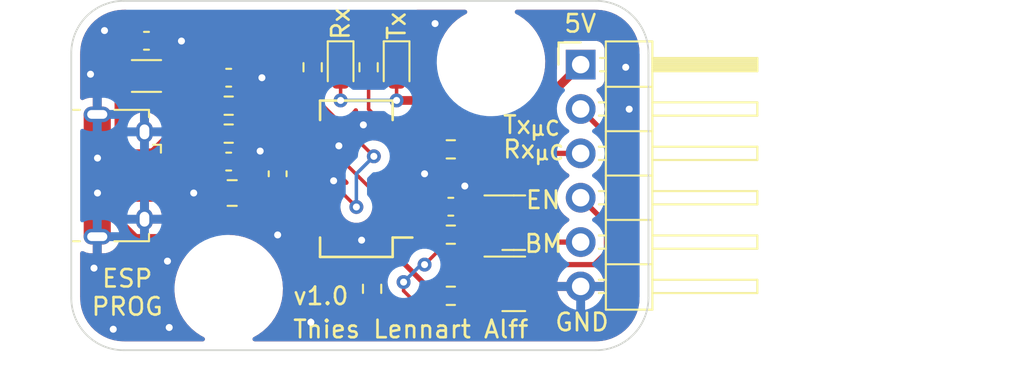
<source format=kicad_pcb>
(kicad_pcb (version 20211014) (generator pcbnew)

  (general
    (thickness 1.6)
  )

  (paper "A4")
  (layers
    (0 "F.Cu" signal)
    (31 "B.Cu" signal)
    (32 "B.Adhes" user "B.Adhesive")
    (33 "F.Adhes" user "F.Adhesive")
    (34 "B.Paste" user)
    (35 "F.Paste" user)
    (36 "B.SilkS" user "B.Silkscreen")
    (37 "F.SilkS" user "F.Silkscreen")
    (38 "B.Mask" user)
    (39 "F.Mask" user)
    (40 "Dwgs.User" user "User.Drawings")
    (41 "Cmts.User" user "User.Comments")
    (42 "Eco1.User" user "User.Eco1")
    (43 "Eco2.User" user "User.Eco2")
    (44 "Edge.Cuts" user)
    (45 "Margin" user)
    (46 "B.CrtYd" user "B.Courtyard")
    (47 "F.CrtYd" user "F.Courtyard")
    (48 "B.Fab" user)
    (49 "F.Fab" user)
    (50 "User.1" user)
    (51 "User.2" user)
    (52 "User.3" user)
    (53 "User.4" user)
    (54 "User.5" user)
    (55 "User.6" user)
    (56 "User.7" user)
    (57 "User.8" user)
    (58 "User.9" user)
  )

  (setup
    (stackup
      (layer "F.SilkS" (type "Top Silk Screen"))
      (layer "F.Paste" (type "Top Solder Paste"))
      (layer "F.Mask" (type "Top Solder Mask") (thickness 0.01))
      (layer "F.Cu" (type "copper") (thickness 0.035))
      (layer "dielectric 1" (type "core") (thickness 1.51) (material "FR4") (epsilon_r 4.5) (loss_tangent 0.02))
      (layer "B.Cu" (type "copper") (thickness 0.035))
      (layer "B.Mask" (type "Bottom Solder Mask") (thickness 0.01))
      (layer "B.Paste" (type "Bottom Solder Paste"))
      (layer "B.SilkS" (type "Bottom Silk Screen"))
      (copper_finish "None")
      (dielectric_constraints no)
    )
    (pad_to_mask_clearance 0)
    (pcbplotparams
      (layerselection 0x00010fc_ffffffff)
      (disableapertmacros false)
      (usegerberextensions false)
      (usegerberattributes true)
      (usegerberadvancedattributes true)
      (creategerberjobfile true)
      (svguseinch false)
      (svgprecision 6)
      (excludeedgelayer true)
      (plotframeref false)
      (viasonmask false)
      (mode 1)
      (useauxorigin false)
      (hpglpennumber 1)
      (hpglpenspeed 20)
      (hpglpendiameter 15.000000)
      (dxfpolygonmode true)
      (dxfimperialunits true)
      (dxfusepcbnewfont true)
      (psnegative false)
      (psa4output false)
      (plotreference true)
      (plotvalue true)
      (plotinvisibletext false)
      (sketchpadsonfab false)
      (subtractmaskfromsilk false)
      (outputformat 1)
      (mirror false)
      (drillshape 1)
      (scaleselection 1)
      (outputdirectory "")
    )
  )

  (net 0 "")
  (net 1 "GND")
  (net 2 "/USB_N")
  (net 3 "/USB_P")
  (net 4 "VBUS")
  (net 5 "Net-(D1-Pad1)")
  (net 6 "Net-(D2-Pad1)")
  (net 7 "Net-(J1-Pad1)")
  (net 8 "unconnected-(J1-Pad4)")
  (net 9 "/TX_MC")
  (net 10 "/RX_MC")
  (net 11 "/EN")
  (net 12 "/BOOT_MODE")
  (net 13 "Net-(Q1-Pad1)")
  (net 14 "/RTS")
  (net 15 "Net-(Q2-Pad1)")
  (net 16 "/DTR")
  (net 17 "/D_N")
  (net 18 "/D_P")
  (net 19 "Net-(R3-Pad1)")
  (net 20 "Net-(R4-Pad1)")
  (net 21 "Net-(R5-Pad1)")
  (net 22 "Net-(R6-Pad1)")
  (net 23 "+3V3")
  (net 24 "unconnected-(U1-Pad5)")
  (net 25 "unconnected-(U1-Pad7)")
  (net 26 "unconnected-(U1-Pad8)")
  (net 27 "unconnected-(U1-Pad9)")
  (net 28 "unconnected-(U1-Pad18)")
  (net 29 "unconnected-(U1-Pad19)")

  (footprint "Connector_PinHeader_2.54mm:PinHeader_1x06_P2.54mm_Horizontal" (layer "F.Cu") (at 64.125 43.65))

  (footprint "LED_SMD:LED_0603_1608Metric" (layer "F.Cu") (at 53.6 43.8 -90))

  (footprint "Resistor_SMD:R_0603_1608Metric" (layer "F.Cu") (at 52 43.8 90))

  (footprint "Package_SO:SSOP-20_3.9x8.7mm_P0.635mm" (layer "F.Cu") (at 51.3 50.185 180))

  (footprint "Resistor_SMD:R_0603_1608Metric" (layer "F.Cu") (at 56.7 48.5))

  (footprint "LED_SMD:LED_0603_1608Metric" (layer "F.Cu") (at 50.4 43.8 -90))

  (footprint "Resistor_SMD:R_0603_1608Metric" (layer "F.Cu") (at 56.7 53.385))

  (footprint "custom:MountingHole_3.2mm_M3_ISO7380" (layer "F.Cu") (at 44 56.5))

  (footprint "Capacitor_SMD:C_0603_1608Metric" (layer "F.Cu") (at 44 49.2))

  (footprint "Capacitor_SMD:C_0805_2012Metric" (layer "F.Cu") (at 44.2 51 180))

  (footprint "Package_TO_SOT_SMD:SOT-23" (layer "F.Cu") (at 60.3 56.2))

  (footprint "Capacitor_SMD:C_0603_1608Metric" (layer "F.Cu") (at 46.8 49.9 90))

  (footprint "Resistor_SMD:R_0603_1608Metric" (layer "F.Cu") (at 44 46))

  (footprint "Resistor_SMD:R_0603_1608Metric" (layer "F.Cu") (at 44 47.6 180))

  (footprint "custom:MountingHole_3.2mm_M3_ISO7380" (layer "F.Cu") (at 59 43.5))

  (footprint "Resistor_SMD:R_0603_1608Metric" (layer "F.Cu") (at 56.7 56.885))

  (footprint "Connector_USB:USB_Micro-B_Amphenol_10118194_Horizontal" (layer "F.Cu") (at 37.785 50 -90))

  (footprint "Package_TO_SOT_SMD:SOT-23" (layer "F.Cu") (at 60.3 52.7))

  (footprint "Resistor_SMD:R_0603_1608Metric" (layer "F.Cu") (at 48.8 43.8 90))

  (footprint "Capacitor_SMD:C_0603_1608Metric" (layer "F.Cu") (at 39.3 42.285))

  (footprint "Inductor_SMD:L_1206_3216Metric" (layer "F.Cu") (at 39.3 44.3 180))

  (footprint "Capacitor_SMD:C_0603_1608Metric" (layer "F.Cu") (at 56.7 51.785 180))

  (footprint "Capacitor_SMD:C_0603_1608Metric" (layer "F.Cu") (at 44 44.4 180))

  (footprint "Resistor_SMD:R_0603_1608Metric" (layer "F.Cu") (at 52.2 56.485 -90))

  (gr_line (start 31 50) (end 89.4 50) (layer "Dwgs.User") (width 0.15) (tstamp 81f2b358-b5aa-49e1-a222-05f4dcd61563))
  (gr_line (start 68 43) (end 68 57) (layer "Edge.Cuts") (width 0.1) (tstamp 27431cda-7e92-4749-87f2-ec84321a9473))
  (gr_arc (start 38 60) (mid 35.87868 59.12132) (end 35 57) (layer "Edge.Cuts") (width 0.1) (tstamp 2b5503a4-e9f4-40a4-ad91-5ae9bf536ed1))
  (gr_line (start 35 43) (end 35 57) (layer "Edge.Cuts") (width 0.1) (tstamp 603f8c16-3c5b-446a-be8c-ef665addf683))
  (gr_arc (start 68 57) (mid 67.12132 59.12132) (end 65 60) (layer "Edge.Cuts") (width 0.1) (tstamp 6c57cf7a-69bd-4efe-b413-ab4dec6dcb8a))
  (gr_line (start 38 40) (end 65 40) (layer "Edge.Cuts") (width 0.1) (tstamp 80f64243-197b-4fcd-9158-b79eb46192cd))
  (gr_arc (start 65 40) (mid 67.12132 40.87868) (end 68 43) (layer "Edge.Cuts") (width 0.1) (tstamp b8913957-a768-4558-baa3-c8dbbbddaee8))
  (gr_arc (start 35 43) (mid 35.87868 40.87868) (end 38 40) (layer "Edge.Cuts") (width 0.1) (tstamp eaf11904-7e32-4820-88f9-a2d48093e2b5))
  (gr_line (start 65 60) (end 38 60) (layer "Edge.Cuts") (width 0.1) (tstamp f344409d-1545-43da-8254-b12663cf5d3c))
  (gr_text "Thies Lennart Alff" (at 47.6 58.8) (layer "F.SilkS") (tstamp 1fc22836-075f-4735-a804-c6086a10f526)
    (effects (font (size 1 1) (thickness 0.15)) (justify left))
  )
  (gr_text "Tx" (at 53.6 42.315 90) (layer "F.SilkS") (tstamp 4b2f2cf3-7bfa-4d20-96c4-5491abcaebdf)
    (effects (font (size 1 1) (thickness 0.15)) (justify left))
  )
  (gr_text "BM" (at 62 53.9) (layer "F.SilkS") (tstamp 51b4fd13-06e4-4f4f-85a1-fd39ef04a804)
    (effects (font (size 1 1) (thickness 0.15)))
  )
  (gr_text "Rx_{µC}" (at 59.6 48.5) (layer "F.SilkS") (tstamp 55f57bde-59fc-4c44-933b-183c9547bfc7)
    (effects (font (size 1 1) (thickness 0.15)) (justify left))
  )
  (gr_text "v1.0" (at 47.6 56.9) (layer "F.SilkS") (tstamp 66e18828-bc23-4ac1-b5a4-80a5a6486544)
    (effects (font (size 1 1) (thickness 0.15)) (justify left))
  )
  (gr_text "ESP\nPROG" (at 38.2 56.7) (layer "F.SilkS") (tstamp 6ebf0eee-e543-4ba1-845e-ff7424e2c9b7)
    (effects (font (size 1 1) (thickness 0.15)))
  )
  (gr_text "EN" (at 60.9 51.4) (layer "F.SilkS") (tstamp 721f2782-68d3-4154-89ec-a5902affc583)
    (effects (font (size 1 1) (thickness 0.15)) (justify left))
  )
  (gr_text "Rx" (at 50.4 42.315 90) (layer "F.SilkS") (tstamp 82fcf797-8f9a-42b8-9f29-4818637fb92d)
    (effects (font (size 1 1) (thickness 0.15)) (justify left))
  )
  (gr_text "Tx_{µC}" (at 59.6 47.1) (layer "F.SilkS") (tstamp a59a6e08-c2e9-450f-ad9c-1026aaffa07d)
    (effects (font (size 1 1) (thickness 0.15)) (justify left))
  )
  (gr_text "5V" (at 64.1 41.3) (layer "F.SilkS") (tstamp b44aaaa8-fa14-4db4-8c6d-8fe8c0fa3852)
    (effects (font (size 1 1) (thickness 0.15)))
  )
  (gr_text "GND" (at 64.2 58.4) (layer "F.SilkS") (tstamp bf4cd8a0-c25a-4ea0-bab0-621b8bea8a9f)
    (effects (font (size 1 1) (thickness 0.15)))
  )

  (segment (start 57.475 51.785) (end 57.475 50.625) (width 0.2) (layer "F.Cu") (net 1) (tstamp 0a34b3c5-f9c8-4330-bccb-3fc65ac71018))
  (segment (start 41.285 42.285) (end 41.3 42.3) (width 0.5) (layer "F.Cu") (net 1) (tstamp 0d5b9938-c6f6-400c-b9cb-cc77320a8e0d))
  (segment (start 44.775 49.2) (end 45.2 49.2) (width 0.2) (layer "F.Cu") (net 1) (tstamp 0f288d9c-882e-4887-a269-38f03d964870))
  (segment (start 45.2 49.2) (end 45.8 48.6) (width 0.2) (layer "F.Cu") (net 1) (tstamp 1f65e501-aef6-446b-86de-8a079fa2bea9))
  (segment (start 50 50.3) (end 49.7975 50.5025) (width 0.2) (layer "F.Cu") (net 1) (tstamp 2e859f5c-9c99-4d84-9213-6058ddc48012))
  (segment (start 46.8 49.125) (end 46.325 49.125) (width 0.2) (layer "F.Cu") (net 1) (tstamp 3605617d-a2f3-4bd9-b1ae-3a4853743678))
  (segment (start 43.25 51) (end 42 51) (width 0.2) (layer "F.Cu") (net 1) (tstamp 36d3751c-19b0-4934-a041-06834caa0c8d))
  (segment (start 40.075 42.285) (end 41.285 42.285) (width 0.5) (layer "F.Cu") (net 1) (tstamp b12ddb95-6b10-426b-987a-ea88d5ae4712))
  (segment (start 53.9 49.8675) (end 55.1675 49.8675) (width 0.2) (layer "F.Cu") (net 1) (tstamp ca239135-6b9a-4a14-916d-03ca8f187472))
  (segment (start 46.325 49.125) (end 45.8 48.6) (width 0.2) (layer "F.Cu") (net 1) (tstamp d7b852a4-ef99-41da-9f5d-a13c82f4617c))
  (segment (start 57.475 50.625) (end 57.5 50.6) (width 0.2) (layer "F.Cu") (net 1) (tstamp dff81df4-1557-4c7d-9a1b-113397fadd57))
  (segment (start 49.7975 50.5025) (end 48.7 50.5025) (width 0.2) (layer "F.Cu") (net 1) (tstamp e208ecbe-4c62-4d16-911b-5d3edd2602aa))
  (segment (start 55.1675 49.8675) (end 55.2 49.9) (width 0.2) (layer "F.Cu") (net 1) (tstamp e286e184-e445-4403-b5f8-261684573ebd))
  (segment (start 44.775 44.4) (end 45.9 44.4) (width 0.2) (layer "F.Cu") (net 1) (tstamp ec5d775b-dbab-4616-aa79-7f347a6c01ec))
  (segment (start 39.185 51.3) (end 39.185 52.5) (width 0.2) (layer "F.Cu") (net 1) (tstamp fbeef6d3-efe5-4327-b2b6-eced31d63278))
  (via (at 36.5 51) (size 0.8) (drill 0.4) (layers "F.Cu" "B.Cu") (net 1) (tstamp 042e5376-68fb-4347-9153-6d3169721ce4))
  (via (at 66.7 43.8) (size 0.8) (drill 0.4) (layers "F.Cu" "B.Cu") (free) (net 1) (tstamp 06a58aaf-41c6-43f6-a505-d3e79cfb2020))
  (via (at 40.6 58.7) (size 0.8) (drill 0.4) (layers "F.Cu" "B.Cu") (free) (net 1) (tstamp 149b572f-b6a7-4963-b000-69475744246b))
  (via (at 36.9 41.7) (size 0.8) (drill 0.4) (layers "F.Cu" "B.Cu") (free) (net 1) (tstamp 295d5333-c667-4228-a18e-99d1a2fd3f90))
  (via (at 42 51) (size 0.8) (drill 0.4) (layers "F.Cu" "B.Cu") (net 1) (tstamp 2f1a4af6-63e6-4daa-8707-0c0c984810fa))
  (via (at 50.3 48.3) (size 0.8) (drill 0.4) (layers "F.Cu" "B.Cu") (free) (net 1) (tstamp 39392bc7-45ae-45f4-b1e8-caba0db8f158))
  (via (at 57.5 50.6) (size 0.8) (drill 0.4) (layers "F.Cu" "B.Cu") (net 1) (tstamp 43cf9ace-fa38-463d-8d16-ee792d8b3324))
  (via (at 37.4 58.8) (size 0.8) (drill 0.4) (layers "F.Cu" "B.Cu") (free) (net 1) (tstamp 6dc38fad-47bf-49b0-bd7c-7b1ca730b4d7))
  (via (at 46.8 53.4) (size 0.8) (drill 0.4) (layers "F.Cu" "B.Cu") (free) (net 1) (tstamp 7a830da2-3bf7-402b-b4c3-ea90226aa584))
  (via (at 36.5 49) (size 0.8) (drill 0.4) (layers "F.Cu" "B.Cu") (net 1) (tstamp 7df1bbeb-2c56-4587-9e2c-09294566b001))
  (via (at 51.7 47.1) (size 0.8) (drill 0.4) (layers "F.Cu" "B.Cu") (free) (net 1) (tstamp 87f3a91f-e73e-4fcb-8766-28beb73a53d2))
  (via (at 55.2 49.9) (size 0.8) (drill 0.4) (layers "F.Cu" "B.Cu") (net 1) (tstamp 8fcf03e2-b423-450c-b5ac-ff090a563b87))
  (via (at 48.7 58.4) (size 0.8) (drill 0.4) (layers "F.Cu" "B.Cu") (free) (net 1) (tstamp 943991dd-06ee-4dc3-9482-3d127ff6a472))
  (via (at 40.5 54.9) (size 0.8) (drill 0.4) (layers "F.Cu" "B.Cu") (free) (net 1) (tstamp 97593401-170b-40bf-9850-6e2b75255c7a))
  (via (at 45.9 44.4) (size 0.8) (drill 0.4) (layers "F.Cu" "B.Cu") (net 1) (tstamp 9a6451d3-5b35-4abe-a745-3fb47473c878))
  (via (at 36.1 44.2) (size 0.8) (drill 0.4) (layers "F.Cu" "B.Cu") (free) (net 1) (tstamp b7186880-417c-47e4-8a7f-55c50d0a9f6f))
  (via (at 45.8 48.6) (size 0.8) (drill 0.4) (layers "F.Cu" "B.Cu") (net 1) (tstamp c2d5ab0e-68fb-4ab2-ab25-3475fc82f126))
  (via (at 36.3 55.3) (size 0.8) (drill 0.4) (layers "F.Cu" "B.Cu") (free) (net 1) (tstamp c8e73e30-c24c-4fab-b590-787bcb39950e))
  (via (at 41.3 42.3) (size 0.8) (drill 0.4) (layers "F.Cu" "B.Cu") (net 1) (tstamp ca8ab08c-d22c-4f0d-a4c7-531b1aa57f69))
  (via (at 51.6 53.7) (size 0.8) (drill 0.4) (layers "F.Cu" "B.Cu") (free) (net 1) (tstamp cbaaa0d0-e177-4b81-af90-df60500c54b2))
  (via (at 66.9 46.2) (size 0.8) (drill 0.4) (layers "F.Cu" "B.Cu") (free) (net 1) (tstamp e49bac89-3d30-4249-bebc-12dbf59191f8))
  (via (at 50 50.3) (size 0.8) (drill 0.4) (layers "F.Cu" "B.Cu") (net 1) (tstamp e8bc3baa-1a1c-4b21-9179-575ceba2aa0f))
  (via (at 39.185 52.5) (size 0.8) (drill 0.4) (layers "F.Cu" "B.Cu") (net 1) (tstamp f0f258d0-2e00-4d49-8255-ef6ed791d811))
  (via (at 55.8 41.3) (size 0.8) (drill 0.4) (layers "F.Cu" "B.Cu") (free) (net 1) (tstamp f4ce2a1b-c5ee-48dd-9786-052cf2d54991))
  (segment (start 43.175 46.235) (end 43.175 46) (width 0.2) (layer "F.Cu") (net 2) (tstamp 0afabe35-d393-49bb-882a-1db22436049c))
  (segment (start 40.06 49.35) (end 43.175 46.235) (width 0.2) (layer "F.Cu") (net 2) (tstamp 1c396060-1856-405d-9976-4a2a15e14cb5))
  (segment (start 43.175 46) (end 43.175 44.45) (width 0.2) (layer "F.Cu") (net 2) (tstamp b3c240da-3afb-45db-85ab-bfdd357b8fd8))
  (segment (start 39.185 49.35) (end 40.06 49.35) (width 0.2) (layer "F.Cu") (net 2) (tstamp c11afcd7-3a0d-4709-a4a4-32c9c3e05867))
  (segment (start 43.175 44.45) (end 43.225 44.4) (width 0.2) (layer "F.Cu") (net 2) (tstamp e8cc7528-aa24-4f9b-8d35-6d4a7ec29dff))
  (segment (start 41.2 50.3) (end 41.2 50.50859) (width 0.2) (layer "F.Cu") (net 3) (tstamp 04eb2417-c68e-4399-aa03-439375c06abb))
  (segment (start 40.6 50.50859) (end 40.6 50.3) (width 0.2) (layer "F.Cu") (net 3) (tstamp 4976dead-ff7b-4b5d-a0bb-d3cb5c233fe4))
  (segment (start 42.425 50) (end 41.5 50) (width 0.2) (layer "F.Cu") (net 3) (tstamp 538cb658-6b0a-418d-9b6e-271a97298945))
  (segment (start 40.3 50) (end 39.185 50) (width 0.2) (layer "F.Cu") (net 3) (tstamp 5982de7f-986b-4e6f-8b19-e8a851ea31f0))
  (segment (start 43.225 47.65) (end 43.175 47.6) (width 0.2) (layer "F.Cu") (net 3) (tstamp 91158b5e-b440-41bf-9880-b8b4cb3f4e9b))
  (segment (start 43.225 49.2) (end 43.225 47.65) (width 0.2) (layer "F.Cu") (net 3) (tstamp d649a45d-0af4-4baa-b66a-b346075095a1))
  (segment (start 43.225 49.2) (end 42.425 50) (width 0.2) (layer "F.Cu") (net 3) (tstamp ee803bac-4166-4b0c-b79a-cf1dc0d6a1f9))
  (arc (start 41.5 50) (mid 41.287868 50.087868) (end 41.2 50.3) (width 0.2) (layer "F.Cu") (net 3) (tstamp 2dbeaaf7-daf7-40d4-afe0-de70d885b2d0))
  (arc (start 41.2 50.50859) (mid 41.112132 50.720722) (end 40.9 50.80859) (width 0.2) (layer "F.Cu") (net 3) (tstamp dd8a3585-df65-47c9-a351-a112f5207bea))
  (arc (start 40.9 50.80859) (mid 40.687868 50.720722) (end 40.6 50.50859) (width 0.2) (layer "F.Cu") (net 3) (tstamp f3cedc59-8412-4486-9405-1d081df2d564))
  (arc (start 40.6 50.3) (mid 40.512132 50.087868) (end 40.3 50) (width 0.2) (layer "F.Cu") (net 3) (tstamp f952ceb3-e98e-4894-89b6-c8b6de2a8281))
  (segment (start 55.3 42.4) (end 55.3 45.175) (width 0.5) (layer "F.Cu") (net 4) (tstamp 083edc35-4758-4c4c-a384-61ea04f5614f))
  (segment (start 45.475 50.675) (end 45.15 51) (width 0.2) (layer "F.Cu") (net 4) (tstamp 0b0df63f-b82a-4194-b68b-9980cc7db09d))
  (segment (start 37.725 52.661574) (end 38.663426 53.6) (width 0.5) (layer "F.Cu") (net 4) (tstamp 13ddbd7c-ebb1-4965-98be-8af2abbc17f0))
  (segment (start 43.65 52.5) (end 45.15 51) (width 0.5) (layer "F.Cu") (net 4) (tstamp 1a87dbc1-7e09-4257-bbbe-7d8f4d07835f))
  (segment (start 37.725 44.385) (end 37.725 43.085) (width 0.5) (layer "F.Cu") (net 4) (tstamp 1e133b6e-a01c-4e4d-84df-2a1ace28d301))
  (segment (start 38.663426 53.6) (end 41.4 53.6) (width 0.5) (layer "F.Cu") (net 4) (tstamp 29d7e642-e5a0-4815-92cc-6aa73192d7eb))
  (segment (start 50.4 44.5875) (end 50.4 45.7) (width 0.2) (layer "F.Cu") (net 4) (tstamp 37df50ba-bdc1-4062-af53-46523cee3d8f))
  (segment (start 41.4 53.6) (end 42.5 52.5) (width 0.5) (layer "F.Cu") (net 4) (tstamp 420b4e6c-4529-4dfe-8b12-6743bfe7d598))
  (segment (start 55.3 45.2) (end 54.8 45.7) (width 0.5) (layer "F.Cu") (net 4) (tstamp 45086bd8-7def-4309-aadc-f0400c48a5de))
  (segment (start 37.725 43.085) (end 38.525 42.285) (width 0.5) (layer "F.Cu") (net 4) (tstamp 58ec890c-de72-429b-befa-99656cb904b9))
  (segment (start 38.8 41.2) (end 54.1 41.2) (width 0.5) (layer "F.Cu") (net 4) (tstamp 5cc50584-d119-4ea9-9397-81ab4265665a))
  (segment (start 46.8 50.675) (end 45.475 50.675) (width 0.2) (layer "F.Cu") (net 4) (tstamp 73f659ec-9491-4f12-9405-86391f97c83f))
  (segment (start 53.6 44.5875) (end 53.6 45.7) (width 0.2) (layer "F.Cu") (net 4) (tstamp 8cf0d635-1e2f-4ccc-ba05-437eba363eff))
  (segment (start 37.725 44.385) (end 37.725 52.661574) (width 0.5) (layer "F.Cu") (net 4) (tstamp 961d45cd-4f27-41a7-9601-a3d18cb1f49e))
  (segment (start 54.1 41.2) (end 55.3 42.4) (width 0.5) (layer "F.Cu") (net 4) (tstamp a266ffa1-a24e-4d3c-814b-d0e5764d3a5f))
  (segment (start 47.6075 49.8675) (end 48.7 49.8675) (width 0.2) (layer "F.Cu") (net 4) (tstamp a674589e-aa38-440e-9634-45ba15ef66cb))
  (segment (start 38.525 41.475) (end 38.8 41.2) (width 0.5) (layer "F.Cu") (net 4) (tstamp abedf8a9-be80-4dac-be89-e3482749b49a))
  (segment (start 57.325 47.2) (end 60.575 47.2) (width 0.5) (layer "F.Cu") (net 4) (tstamp b262c6f8-b554-493f-8d44-f53b578da8e5))
  (segment (start 42.5 52.5) (end 43.65 52.5) (width 0.5) (layer "F.Cu") (net 4) (tstamp bf4f4736-f47d-4eec-8ee0-1d0db025fc78))
  (segment (start 55.3 45.175) (end 55.3 45.2) (width 0.5) (layer "F.Cu") (net 4) (tstamp da60c492-e493-44d4-8678-0d1e97eb3160))
  (segment (start 60.575 47.2) (end 64.125 43.65) (width 0.5) (layer "F.Cu") (net 4) (tstamp dedcb3df-50a3-47d3-bc41-4ebc0ec6de16))
  (segment (start 55.3 45.175) (end 57.325 47.2) (width 0.5) (layer "F.Cu") (net 4) (tstamp e7cee955-9c1f-438d-8c75-17bbeda67358))
  (segment (start 38.525 42.285) (end 38.525 41.475) (width 0.5) (layer "F.Cu") (net 4) (tstamp e86b25a2-cd46-44dc-afbd-a16887239b8c))
  (segment (start 54.8 45.7) (end 53.6 45.7) (width 0.5) (layer "F.Cu") (net 4) (tstamp ee208168-85db-4512-ba1d-d495c09d882d))
  (segment (start 46.8 50.675) (end 47.6075 49.8675) (width 0.2) (layer "F.Cu") (net 4) (tstamp f035bb27-a5c2-41bb-9867-83888483a51e))
  (via (at 50.4 45.7) (size 0.8) (drill 0.4) (layers "F.Cu" "B.Cu") (net 4) (tstamp 6bd3dcc8-dd57-4777-b408-8f617319fd40))
  (via (at 53.6 45.7) (size 0.8) (drill 0.4) (layers "F.Cu" "B.Cu") (net 4) (tstamp 76b1b2e0-a4b0-445e-9061-e9cdec83c880))
  (segment (start 53.6 45.7) (end 50.4 45.7) (width 0.2) (layer "B.Cu") (net 4) (tstamp 17cf669c-16f3-49ea-82cf-f559c37e7cca))
  (segment (start 53.5625 42.975) (end 53.6 43.0125) (width 0.2) (layer "F.Cu") (net 5) (tstamp 4905c426-1db3-4eb6-8129-e67064e1d2bc))
  (segment (start 52 42.975) (end 53.5625 42.975) (width 0.2) (layer "F.Cu") (net 5) (tstamp 4ed8d774-4c32-4006-9790-e4f87a7eda62))
  (segment (start 50.3625 42.975) (end 50.4 43.0125) (width 0.2) (layer "F.Cu") (net 6) (tstamp 79971785-ab85-48a7-9bde-1daebd9f8b45))
  (segment (start 48.8 42.975) (end 50.3625 42.975) (width 0.2) (layer "F.Cu") (net 6) (tstamp f36e469d-d7e4-4ca5-94d7-5c2984827b5e))
  (segment (start 40.875 47.485) (end 40.875 44.385) (width 0.5) (layer "F.Cu") (net 7) (tstamp 04fd6038-d537-4f83-81a7-8f02d861a9ec))
  (segment (start 39.185 48.7) (end 39.66 48.7) (width 0.5) (layer "F.Cu") (net 7) (tstamp 1ab3fb2e-7534-4b50-b6d9-08353da49ddc))
  (segment (start 39.66 48.7) (end 40.875 47.485) (width 0.5) (layer "F.Cu") (net 7) (tstamp 6dab653d-9b9b-4402-8def-b5bf9d97e86a))
  (segment (start 52.2 57.31) (end 53.29 58.4) (width 0.3) (layer "F.Cu") (net 9) (tstamp 34a4daaf-20c4-411e-8455-cc787348d94a))
  (segment (start 64.9 58.4) (end 66.4 56.9) (width 0.3) (layer "F.Cu") (net 9) (tstamp 5af3e908-2575-4af7-b011-c73e0c25f5fb))
  (segment (start 66.4 48.465) (end 64.125 46.19) (width 0.3) (layer "F.Cu") (net 9) (tstamp c9380715-de87-482e-b28e-a6c0adb7ffd4))
  (segment (start 53.29 58.4) (end 64.9 58.4) (width 0.3) (layer "F.Cu") (net 9) (tstamp cf36a66b-f889-4bd7-a81d-13889757bcb6))
  (segment (start 66.4 56.9) (end 66.4 48.465) (width 0.3) (layer "F.Cu") (net 9) (tstamp f9825a7d-94a5-48cc-ac03-70755a8c19ea))
  (segment (start 57.755 48.73) (end 64.125 48.73) (width 0.3) (layer "F.Cu") (net 10) (tstamp a97e7324-1f72-47dd-8299-ef8345c2d7e7))
  (segment (start 57.525 48.5) (end 57.755 48.73) (width 0.3) (layer "F.Cu") (net 10) (tstamp d6f33c10-a7fe-456a-9abe-f9628d5ab0ec))
  (segment (start 65.6 52.745) (end 64.125 51.27) (width 0.3) (layer "F.Cu") (net 11) (tstamp 0f232b4b-d281-4ea4-8a00-6c99c2b9d4ea))
  (segment (start 65.6 54.4) (end 65.6 52.745) (width 0.3) (layer "F.Cu") (net 11) (tstamp 26e03dcc-30a7-4234-94b5-13b20b5c6e8e))
  (segment (start 61.2375 56.2) (end 62.3375 55.1) (width 0.3) (layer "F.Cu") (net 11) (tstamp 35333c64-72ff-4b01-8c17-fa862b96006a))
  (segment (start 64.9 55.1) (end 65.6 54.4) (width 0.3) (layer "F.Cu") (net 11) (tstamp 3cfe5e5f-1e53-4c2b-91a5-5992f3f265ef))
  (segment (start 62.3375 55.1) (end 64.9 55.1) (width 0.3) (layer "F.Cu") (net 11) (tstamp b90f1f44-5013-4ea5-be3b-b9424dfa5a00))
  (segment (start 59.3625 53.65) (end 59.5225 53.81) (width 0.3) (layer "F.Cu") (net 12) (tstamp 186096e8-f350-4549-a7c4-0b0cdf28a9d0))
  (segment (start 59.5225 53.81) (end 64.125 53.81) (width 0.3) (layer "F.Cu") (net 12) (tstamp a7989b28-defc-42a6-ae9d-f1352ea447e9))
  (segment (start 57.525 56.885) (end 57.7275 56.885) (width 0.3) (layer "F.Cu") (net 13) (tstamp 22d55bc3-bea1-4421-9d11-cdf04946b765))
  (segment (start 57.7275 56.885) (end 59.3625 55.25) (width 0.3) (layer "F.Cu") (net 13) (tstamp 4433b2a7-7ece-4b1d-9768-fb4650844352))
  (segment (start 55.875 53.385) (end 55.875 54.425) (width 0.2) (layer "F.Cu") (net 14) (tstamp 036bc95b-8c65-4dbb-9f3e-62a231d56da8))
  (segment (start 54.8975 52.4075) (end 55.875 53.385) (width 0.3) (layer "F.Cu") (net 14) (tstamp 277fc9a7-9afe-4d94-a373-f3fbd5a6e744))
  (segment (start 54 56.1) (end 54 56.6) (width 0.2) (layer "F.Cu") (net 14) (tstamp 5c3ebd21-afbf-4e33-ac22-9fa3e3e63dbd))
  (segment (start 55.875 54.425) (end 55.2 55.1) (width 0.2) (layer "F.Cu") (net 14) (tstamp 62341f2d-4e43-4c18-962d-b5d7f3605e40))
  (segment (start 54 56.6) (end 55.2 57.8) (width 0.2) (layer "F.Cu") (net 14) (tstamp 68289d9f-b0ac-4067-8c43-59b71b15f40f))
  (segment (start 55.2 57.8) (end 58.7125 57.8) (width 0.2) (layer "F.Cu") (net 14) (tstamp 8f740e69-a790-4e24-a3a6-0fb7f4a81cee))
  (segment (start 58.7125 57.8) (end 59.3625 57.15) (width 0.2) (layer "F.Cu") (net 14) (tstamp deb30be9-0b2e-451d-b704-df648e0e9774))
  (segment (start 53.9 52.4075) (end 54.8975 52.4075) (width 0.3) (layer "F.Cu") (net 14) (tstamp e7a17e55-c6fe-4b15-8aca-e5c150eec2a2))
  (via (at 54 56.1) (size 0.8) (drill 0.4) (layers "F.Cu" "B.Cu") (net 14) (tstamp 91af9b5c-02a4-4cce-88d6-3223b7cc51e0))
  (via (at 55.2 55.1) (size 0.8) (drill 0.4) (layers "F.Cu" "B.Cu") (net 14) (tstamp 952b177c-3f5b-4c94-951e-5a0bd9998ea9))
  (segment (start 55.2 55.1) (end 55 55.1) (width 0.2) (layer "B.Cu") (net 14) (tstamp 29e16b1a-837e-4e9e-8b94-e017ef0e7801))
  (segment (start 55 55.1) (end 54 56.1) (width 0.2) (layer "B.Cu") (net 14) (tstamp 452b3ff2-d5fb-480d-b431-a3ace771c744))
  (segment (start 58.95 51.75) (end 59.3625 51.75) (width 0.3) (layer "F.Cu") (net 15) (tstamp 10dd7366-77f4-457d-a65f-e354d0c65d02))
  (segment (start 57.525 53.385) (end 57.525 53.175) (width 0.3) (layer "F.Cu") (net 15) (tstamp 44826000-ad0c-4751-b9ad-a8d0a96bb739))
  (segment (start 57.525 53.175) (end 58.95 51.75) (width 0.3) (layer "F.Cu") (net 15) (tstamp 7cca90e6-0646-4a06-a95c-dcfcaceb6221))
  (segment (start 53.9 53.0425) (end 53.9 54.91) (width 0.3) (layer "F.Cu") (net 16) (tstamp 04beedef-851e-4f51-8b4e-ad4192c10d9d))
  (segment (start 61.2375 52.7) (end 58.938604 52.7) (width 0.2) (layer "F.Cu") (net 16) (tstamp 5be75d6d-62a4-4e97-b6a3-47660b7cf1f3))
  (segment (start 58.225 54.535) (end 55.875 56.885) (width 0.2) (layer "F.Cu") (net 16) (tstamp 6fa9204e-6052-4e77-a03f-6736a89c2ed2))
  (segment (start 53.9 54.91) (end 55.875 56.885) (width 0.3) (layer "F.Cu") (net 16) (tstamp 71024c00-6903-4aa3-98c6-dba4d532b041))
  (segment (start 58.225 53.413604) (end 58.225 54.535) (width 0.2) (layer "F.Cu") (net 16) (tstamp 81cc16d9-2091-4d3a-b6bd-f00708fe1a2a))
  (segment (start 58.938604 52.7) (end 58.225 53.413604) (width 0.2) (layer "F.Cu") (net 16) (tstamp d9fc460b-1c9e-4faf-85e8-2ecfb29b819c))
  (segment (start 44.825 46) (end 45.525 45.3) (width 0.2) (layer "F.Cu") (net 17) (tstamp 12a2b12c-89a2-440c-8cfb-7b9f215b1b00))
  (segment (start 48.0725 45.3) (end 49.6 46.8275) (width 0.2) (layer "F.Cu") (net 17) (tstamp 135c1aeb-1a75-4210-a96d-88e7cbb03526))
  (segment (start 49.6 46.8275) (end 49.6 47.7) (width 0.2) (layer "F.Cu") (net 17) (tstamp 191f904b-2d37-4c74-8ed9-eda67a006cff))
  (segment (start 49.3375 47.9625) (end 48.7 47.9625) (width 0.2) (layer "F.Cu") (net 17) (tstamp 64cec016-7a17-4302-93d4-3bd791d95a03))
  (segment (start 45.525 45.3) (end 48.0725 45.3) (width 0.2) (layer "F.Cu") (net 17) (tstamp ef948ad0-3f07-4c21-8393-6a157ab5b7c5))
  (segment (start 49.6 47.7) (end 49.3375 47.9625) (width 0.2) (layer "F.Cu") (net 17) (tstamp fdf4e071-b7de-4758-a019-15b8daccf16c))
  (segment (start 46.1275 46.0275) (end 46.1275 47.0275) (width 0.2) (layer "F.Cu") (net 18) (tstamp 1d22ad2e-7c3d-4280-b71f-96cd50e00b32))
  (segment (start 47.2275 47.0275) (end 47.2275 46.902507) (width 0.2) (layer "F.Cu") (net 18) (tstamp 2c7f5bfd-dc06-4d9d-8a2b-a2ace03295ea))
  (segment (start 46.4275 47.3275) (end 46.9275 47.3275) (width 0.2) (layer "F.Cu") (net 18) (tstamp 3e3242e1-ec46-4b73-93ec-c885b343f4f6))
  (segment (start 44.825 47.6) (end 45.0975 47.3275) (width 0.2) (layer "F.Cu") (net 18) (tstamp 5344e153-ad9c-4bdb-83d2-7d8441e79a85))
  (segment (start 47.8275 46.902507) (end 47.8275 47.0275) (width 0.2) (layer "F.Cu") (net 18) (tstamp b9c6f1c2-456b-4361-ad97-e52fc197739b))
  (segment (start 45.5275 47.0275) (end 45.5275 46.0275) (width 0.2) (layer "F.Cu") (net 18) (tstamp c246b2cc-bdaa-416c-b471-a428be7e33c1))
  (segment (start 48.1775 47.3275) (end 48.7 47.3275) (width 0.2) (layer "F.Cu") (net 18) (tstamp eda1c25a-6780-4817-bbdf-d4e962d8e1b2))
  (segment (start 48.1275 47.3275) (end 48.1775 47.3275) (width 0.2) (layer "F.Cu") (net 18) (tstamp f93a3728-c355-4773-92fe-39a7eafdff5c))
  (segment (start 45.0975 47.3275) (end 45.2275 47.3275) (width 0.2) (layer "F.Cu") (net 18) (tstamp fc9d9deb-95cd-4b39-a277-4ce907859af8))
  (arc (start 45.5275 46.0275) (mid 45.615368 45.815368) (end 45.8275 45.7275) (width 0.2) (layer "F.Cu") (net 18) (tstamp 16892609-5f52-46fb-9855-158d6506e23a))
  (arc (start 47.2275 46.902507) (mid 47.315368 46.690375) (end 47.5275 46.602507) (width 0.2) (layer "F.Cu") (net 18) (tstamp 787a13b1-caba-4f78-a884-1f9b9b947f54))
  (arc (start 46.9275 47.3275) (mid 47.139632 47.239632) (end 47.2275 47.0275) (width 0.2) (layer "F.Cu") (net 18) (tstamp 831eff68-2bd8-45cf-9416-ee6d4d09dc20))
  (arc (start 45.2275 47.3275) (mid 45.439632 47.239632) (end 45.5275 47.0275) (width 0.2) (layer "F.Cu") (net 18) (tstamp 8ce12151-fdbe-4d39-9f4d-57a003cbc2c7))
  (arc (start 47.5275 46.602507) (mid 47.739632 46.690375) (end 47.8275 46.902507) (width 0.2) (layer "F.Cu") (net 18) (tstamp 8d500a55-2ca8-4681-a7f2-58aca4196d14))
  (arc (start 45.8275 45.7275) (mid 46.039632 45.815368) (end 46.1275 46.0275) (width 0.2) (layer "F.Cu") (net 18) (tstamp 8fa31652-1bbd-4c14-ae13-6a2ce2f20f07))
  (arc (start 47.8275 47.0275) (mid 47.915368 47.239632) (end 48.1275 47.3275) (width 0.2) (layer "F.Cu") (net 18) (tstamp b7fd503e-f1c7-4f5e-aed2-cea50f6ab158))
  (arc (start 46.1275 47.0275) (mid 46.215368 47.239632) (end 46.4275 47.3275) (width 0.2) (layer "F.Cu") (net 18) (tstamp d6b3ed2f-fefe-4d1a-87d8-ee0d843656fe))
  (segment (start 52 46.2) (end 53.1275 47.3275) (width 0.2) (layer "F.Cu") (net 19) (tstamp 05f54556-8d60-4a90-8e7f-82afe5cb9c67))
  (segment (start 53.1275 47.3275) (end 53.9 47.3275) (width 0.2) (layer "F.Cu") (net 19) (tstamp 647ac840-0b72-41c5-bcb2-76f6c8edf9c3))
  (segment (start 52 44.625) (end 52 46.2) (width 0.2) (layer "F.Cu") (net 19) (tstamp 66e5abde-6655-43de-a71b-d25dfa2ce34f))
  (segment (start 52.06 55.66) (end 52.2 55.66) (width 0.3) (layer "F.Cu") (net 20) (tstamp 4214d142-1765-4b7b-817f-01ffa7079578))
  (segment (start 48.7 53.0425) (end 49.4425 53.0425) (width 0.3) (layer "F.Cu") (net 20) (tstamp 698c582d-9902-4a7a-8c4b-137d87fac48b))
  (segment (start 49.4425 53.0425) (end 52.06 55.66) (width 0.3) (layer "F.Cu") (net 20) (tstamp d0f055fe-9455-4242-ba26-bd0c65fe15f3))
  (segment (start 55.023161 51.1375) (end 56.2 49.960661) (width 0.3) (layer "F.Cu") (net 21) (tstamp 1f28bd79-eb16-45fc-8b7f-bec9ce533671))
  (segment (start 53.9 51.1375) (end 55.023161 51.1375) (width 0.3) (layer "F.Cu") (net 21) (tstamp a89ac5c4-3a55-4fe2-b352-64b1da9f0aa2))
  (segment (start 56.2 48.825) (end 55.875 48.5) (width 0.3) (layer "F.Cu") (net 21) (tstamp c5454ebb-0bf7-4576-b8b8-bfaaa2a2ecc1))
  (segment (start 56.2 49.960661) (end 56.2 48.825) (width 0.3) (layer "F.Cu") (net 21) (tstamp ca7233c0-f802-4f2c-a2fe-b23cad84aea6))
  (segment (start 48.8 45.4) (end 52.3 48.9) (width 0.2) (layer "F.Cu") (net 22) (tstamp 41dcb923-d1fd-435a-973b-7593aec10576))
  (segment (start 51.3 51.8) (end 50.6375 51.1375) (width 0.2) (layer "F.Cu") (net 22) (tstamp 666df680-fbee-4e67-9bec-596bdb85b6ad))
  (segment (start 48.8 44.625) (end 48.8 45.4) (width 0.2) (layer "F.Cu") (net 22) (tstamp 71074a4d-cd2f-4196-b61d-fe8d2ec92062))
  (segment (start 50.6375 51.1375) (end 48.7 51.1375) (width 0.2) (layer "F.Cu") (net 22) (tstamp 9b933d22-46b4-4975-b576-08f9ef9a3c39))
  (via (at 51.3 51.8) (size 0.8) (drill 0.4) (layers "F.Cu" "B.Cu") (net 22) (tstamp 58bcf142-30a8-43ff-98de-a47d46d757eb))
  (via (at 52.3 48.9) (size 0.8) (drill 0.4) (layers "F.Cu" "B.Cu") (net 22) (tstamp 8b334a7d-e490-47d7-a1fe-182f96d0f346))
  (segment (start 51.3 49.9) (end 51.3 51.8) (width 0.2) (layer "B.Cu") (net 22) (tstamp 904bba98-4262-47ce-a3e7-83f1cc1c8010))
  (segment (start 52.3 48.9) (end 51.3 49.9) (width 0.2) (layer "B.Cu") (net 22) (tstamp fec919d8-05aa-490a-b100-36b1a73ea782))
  (segment (start 50.595 49.2325) (end 53.135 51.7725) (width 0.2) (layer "F.Cu") (net 23) (tstamp 0d6b2f7e-5758-48b3-b27e-e33101abc1f2))
  (segment (start 48.7 49.2325) (end 50.595 49.2325) (width 0.2) (layer "F.Cu") (net 23) (tstamp 303c10b6-1a95-4d28-b8cc-0a743ea29857))
  (segment (start 48.7 48.5975) (end 48.7 49.2325) (width 0.2) (layer "F.Cu") (net 23) (tstamp a1ba686a-5860-4348-b04d-1ce7d77d6b84))
  (segment (start 53.135 51.7725) (end 53.9 51.7725) (width 0.2) (layer "F.Cu") (net 23) (tstamp efba3ed1-cfd8-4310-b25d-b2272a70b2f2))
  (segment (start 55.9125 51.7725) (end 55.925 51.785) (width 0.2) (layer "F.Cu") (net 23) (tstamp f4c6461a-b764-4a95-9836-7bb24ee81e57))
  (segment (start 53.9 51.7725) (end 55.9125 51.7725) (width 0.2) (layer "F.Cu") (net 23) (tstamp fe0bd559-2c10-41c0-b74e-e5ebc00bec7a))

  (zone locked (net 1) (net_name "GND") (layers F&B.Cu) (tstamp 10ab423e-ad64-4ea8-ae01-62f88bf37ffa) (hatch edge 0.508)
    (connect_pads (clearance 0.508))
    (min_thickness 0.254) (filled_areas_thickness no)
    (fill yes (thermal_gap 0.508) (thermal_bridge_width 0.508))
    (polygon
      (pts
        (xy 68 60)
        (xy 35 59.9)
        (xy 35 40)
        (xy 68 40)
      )
    )
    (filled_polygon
      (layer "F.Cu")
      (pts
        (xy 38.18275 40.528502)
        (xy 38.229243 40.582158)
        (xy 38.239347 40.652432)
        (xy 38.209853 40.717012)
        (xy 38.203724 40.723595)
        (xy 38.036089 40.89123)
        (xy 38.021677 40.903616)
        (xy 38.010082 40.912149)
        (xy 38.010077 40.912154)
        (xy 38.004182 40.916492)
        (xy 37.999443 40.92207)
        (xy 37.99944 40.922073)
        (xy 37.969965 40.956768)
        (xy 37.963035 40.964284)
        (xy 37.95734 40.969979)
        (xy 37.95506 40.972861)
        (xy 37.939719 40.992251)
        (xy 37.936928 40.995655)
        (xy 37.91447 41.02209)
        (xy 37.889667 41.051285)
        (xy 37.886339 41.057801)
        (xy 37.882972 41.06285)
        (xy 37.879805 41.067979)
        (xy 37.875266 41.073716)
        (xy 37.844345 41.139875)
        (xy 37.842442 41.143769)
        (xy 37.809231 41.208808)
        (xy 37.807492 41.215916)
        (xy 37.805393 41.221559)
        (xy 37.803476 41.227322)
        (xy 37.800378 41.23395)
        (xy 37.798888 41.241112)
        (xy 37.798888 41.241113)
        (xy 37.785514 41.305412)
        (xy 37.784544 41.309696)
        (xy 37.767192 41.38061)
        (xy 37.7665 41.391764)
        (xy 37.766464 41.391762)
        (xy 37.766225 41.395755)
        (xy 37.765851 41.399947)
        (xy 37.76436 41.407115)
        (xy 37.764558 41.414431)
        (xy 37.76622 41.475865)
        (xy 37.748067 41.544502)
        (xy 37.729441 41.568289)
        (xy 37.720448 41.577298)
        (xy 37.716608 41.583528)
        (xy 37.716607 41.583529)
        (xy 37.71549 41.585342)
        (xy 37.630698 41.722899)
        (xy 37.576851 41.885243)
        (xy 37.5665 41.986268)
        (xy 37.5665 42.118629)
        (xy 37.546498 42.18675)
        (xy 37.529595 42.207724)
        (xy 37.236089 42.50123)
        (xy 37.221677 42.513616)
        (xy 37.210082 42.522149)
        (xy 37.210077 42.522154)
        (xy 37.204182 42.526492)
        (xy 37.199443 42.53207)
        (xy 37.19944 42.532073)
        (xy 37.169965 42.566768)
        (xy 37.163035 42.574284)
        (xy 37.15734 42.579979)
        (xy 37.15506 42.582861)
        (xy 37.139719 42.602251)
        (xy 37.136928 42.605655)
        (xy 37.094409 42.655703)
        (xy 37.089667 42.661285)
        (xy 37.086339 42.667801)
        (xy 37.082972 42.67285)
        (xy 37.079805 42.677979)
        (xy 37.075266 42.683716)
        (xy 37.044345 42.749875)
        (xy 37.042442 42.753769)
        (xy 37.009231 42.818808)
        (xy 37.007492 42.825916)
        (xy 37.005393 42.831559)
        (xy 37.003476 42.837322)
        (xy 37.000378 42.84395)
        (xy 36.998888 42.851112)
        (xy 36.998888 42.851113)
        (xy 36.985514 42.915412)
        (xy 36.984543 42.919702)
        (xy 36.969269 42.982121)
        (xy 36.936053 43.04119)
        (xy 36.850695 43.126697)
        (xy 36.846855 43.132927)
        (xy 36.846854 43.132928)
        (xy 36.765667 43.264638)
        (xy 36.757885 43.277262)
        (xy 36.734482 43.347821)
        (xy 36.704806 43.437292)
        (xy 36.702203 43.445139)
        (xy 36.701503 43.451975)
        (xy 36.701502 43.451978)
        (xy 36.69856 43.480698)
        (xy 36.6915 43.5496)
        (xy 36.6915 45.0504)
        (xy 36.691837 45.053646)
        (xy 36.691837 45.05365)
        (xy 36.697446 45.107702)
        (xy 36.702474 45.156166)
        (xy 36.704655 45.162702)
        (xy 36.704655 45.162704)
        (xy 36.720639 45.210612)
        (xy 36.75845 45.323946)
        (xy 36.768661 45.340447)
        (xy 36.788038 45.37176)
        (xy 36.806875 45.440212)
        (xy 36.785713 45.507982)
        (xy 36.763323 45.526724)
        (xy 36.740671 45.552865)
        (xy 36.739 45.560548)
        (xy 36.739 54.434885)
        (xy 36.743475 54.450124)
        (xy 36.744865 54.451329)
        (xy 36.752548 54.453)
        (xy 36.860192 54.453)
        (xy 36.866567 54.452677)
        (xy 37.001267 54.438995)
        (xy 37.013707 54.436441)
        (xy 37.186264 54.382365)
        (xy 37.197952 54.377356)
        (xy 37.356111 54.289686)
        (xy 37.366544 54.282435)
        (xy 37.503843 54.164756)
        (xy 37.512612 54.155547)
        (xy 37.623442 54.012667)
        (xy 37.630178 54.001888)
        (xy 37.672007 53.916878)
        (xy 37.72003 53.864587)
        (xy 37.788699 53.84656)
        (xy 37.856214 53.86852)
        (xy 37.874157 53.883412)
        (xy 38.079656 54.088911)
        (xy 38.092042 54.103323)
        (xy 38.100575 54.114918)
        (xy 38.10058 54.114923)
        (xy 38.104918 54.120818)
        (xy 38.110496 54.125557)
        (xy 38.110499 54.12556)
        (xy 38.145194 54.155035)
        (xy 38.15271 54.161965)
        (xy 38.158406 54.167661)
        (xy 38.161267 54.169924)
        (xy 38.161272 54.169929)
        (xy 38.180692 54.185293)
        (xy 38.184093 54.188082)
        (xy 38.239711 54.235333)
        (xy 38.246224 54.238659)
        (xy 38.251263 54.24202)
        (xy 38.256405 54.245196)
        (xy 38.262142 54.249734)
        (xy 38.328301 54.280655)
        (xy 38.332195 54.282558)
        (xy 38.397234 54.315769)
        (xy 38.404343 54.317508)
        (xy 38.409977 54.319604)
        (xy 38.415747 54.321523)
        (xy 38.422376 54.324622)
        (xy 38.429539 54.326112)
        (xy 38.429542 54.326113)
        (xy 38.480256 54.336661)
        (xy 38.493861 54.339491)
        (xy 38.498127 54.340457)
        (xy 38.569036 54.357808)
        (xy 38.574638 54.358156)
        (xy 38.574641 54.358156)
        (xy 38.58019 54.3585)
        (xy 38.580188 54.358535)
        (xy 38.58416 54.358775)
        (xy 38.588381 54.359152)
        (xy 38.595541 54.360641)
        (xy 38.672968 54.358546)
        (xy 38.676376 54.3585)
        (xy 41.33293 54.3585)
        (xy 41.35188 54.359933)
        (xy 41.366115 54.362099)
        (xy 41.366119 54.362099)
        (xy 41.373349 54.363199)
        (xy 41.380641 54.362606)
        (xy 41.380644 54.362606)
        (xy 41.426018 54.358915)
        (xy 41.436233 54.3585)
        (xy 41.444293 54.3585)
        (xy 41.464163 54.356184)
        (xy 41.534139 54.36816)
        (xy 41.586534 54.41607)
        (xy 41.604709 54.484701)
        (xy 41.582894 54.552263)
        (xy 41.573487 54.564412)
        (xy 41.552781 54.588023)
        (xy 41.550749 54.590952)
        (xy 41.550746 54.590956)
        (xy 41.486481 54.683595)
        (xy 41.352071 54.877347)
        (xy 41.35038 54.880494)
        (xy 41.350377 54.880499)
        (xy 41.262554 55.043945)
        (xy 41.185402 55.187532)
        (xy 41.054919 55.51459)
        (xy 40.962299 55.854317)
        (xy 40.961757 55.857839)
        (xy 40.911479 56.1845)
        (xy 40.908732 56.202345)
        (xy 40.908592 56.205909)
        (xy 40.899027 56.44937)
        (xy 40.894908 56.5542)
        (xy 40.909965 56.756807)
        (xy 40.917857 56.863006)
        (xy 40.921004 56.905358)
        (xy 40.986684 57.251304)
        (xy 40.987742 57.254713)
        (xy 40.987744 57.254719)
        (xy 41.013086 57.336333)
        (xy 41.091104 57.587592)
        (xy 41.092545 57.590867)
        (xy 41.158684 57.741179)
        (xy 41.232921 57.909897)
        (xy 41.410313 58.214076)
        (xy 41.620999 58.496219)
        (xy 41.623443 58.498817)
        (xy 41.623448 58.498823)
        (xy 41.85982 58.750093)
        (xy 41.86227 58.752697)
        (xy 41.864999 58.755007)
        (xy 42.127196 58.976973)
        (xy 42.131024 58.980214)
        (xy 42.133988 58.982194)
        (xy 42.13399 58.982196)
        (xy 42.253674 59.062166)
        (xy 42.423807 59.175845)
        (xy 42.426989 59.177484)
        (xy 42.426991 59.177485)
        (xy 42.574552 59.253484)
        (xy 42.625954 59.302457)
        (xy 42.64272 59.371446)
        (xy 42.619525 59.438547)
        (xy 42.563736 59.482456)
        (xy 42.51686 59.4915)
        (xy 38.049367 59.4915)
        (xy 38.029982 59.49)
        (xy 38.015149 59.48769)
        (xy 38.015145 59.48769)
        (xy 38.006276 59.486309)
        (xy 37.989077 59.488558)
        (xy 37.965137 59.489391)
        (xy 37.70729 59.473794)
        (xy 37.692186 59.47196)
        (xy 37.620214 59.458771)
        (xy 37.41124 59.420475)
        (xy 37.396473 59.416836)
        (xy 37.250812 59.371446)
        (xy 37.123769 59.331858)
        (xy 37.109555 59.326466)
        (xy 36.849092 59.209242)
        (xy 36.835621 59.202172)
        (xy 36.591187 59.054405)
        (xy 36.578666 59.045762)
        (xy 36.386138 58.894927)
        (xy 36.353828 58.869614)
        (xy 36.34244 58.859525)
        (xy 36.140475 58.65756)
        (xy 36.130385 58.646171)
        (xy 35.954238 58.421334)
        (xy 35.945595 58.408813)
        (xy 35.797828 58.164379)
        (xy 35.790757 58.150906)
        (xy 35.779363 58.12559)
        (xy 35.673534 57.890445)
        (xy 35.668141 57.876227)
        (xy 35.647237 57.809142)
        (xy 35.583164 57.603526)
        (xy 35.579523 57.588754)
        (xy 35.579517 57.588717)
        (xy 35.537553 57.359726)
        (xy 35.52804 57.307814)
        (xy 35.526206 57.29271)
        (xy 35.511269 57.045768)
        (xy 35.51252 57.022216)
        (xy 35.512334 57.022199)
        (xy 35.512769 57.01735)
        (xy 35.513576 57.012552)
        (xy 35.513729 57)
        (xy 35.509773 56.972376)
        (xy 35.5085 56.954514)
        (xy 35.5085 54.450072)
        (xy 35.528502 54.381951)
        (xy 35.582158 54.335458)
        (xy 35.652432 54.325354)
        (xy 35.68726 54.337138)
        (xy 35.687672 54.336185)
        (xy 35.859495 54.41054)
        (xy 35.871607 54.414382)
        (xy 36.050134 54.451677)
        (xy 36.059666 54.452915)
        (xy 36.062889 54.453)
        (xy 36.212885 54.453)
        (xy 36.228124 54.448525)
        (xy 36.229329 54.447135)
        (xy 36.231 54.439452)
        (xy 36.231 45.565115)
        (xy 36.226525 45.549876)
        (xy 36.225135 45.548671)
        (xy 36.217452 45.547)
        (xy 36.109808 45.547)
        (xy 36.103433 45.547323)
        (xy 35.968733 45.561005)
        (xy 35.956293 45.563559)
        (xy 35.783736 45.617635)
        (xy 35.772048 45.622644)
        (xy 35.695586 45.665028)
        (xy 35.62631 45.68056)
        (xy 35.559633 45.656172)
        (xy 35.516726 45.599607)
        (xy 35.5085 45.554826)
        (xy 35.5085 43.05325)
        (xy 35.510246 43.032345)
        (xy 35.51277 43.017344)
        (xy 35.51277 43.017341)
        (xy 35.513576 43.012552)
        (xy 35.51365 43.006475)
        (xy 35.51367 43.004865)
        (xy 35.51367 43.004861)
        (xy 35.513729 43)
        (xy 35.51304 42.995186)
        (xy 35.513039 42.995177)
        (xy 35.511869 42.987006)
        (xy 35.510827 42.96154)
        (xy 35.526206 42.70729)
        (xy 35.52804 42.692186)
        (xy 35.547333 42.586903)
        (xy 35.579525 42.41124)
        (xy 35.583164 42.396473)
        (xy 35.597837 42.349385)
        (xy 35.668142 42.123769)
        (xy 35.673534 42.109555)
        (xy 35.790758 41.849092)
        (xy 35.797828 41.835621)
        (xy 35.945595 41.591187)
        (xy 35.954238 41.578666)
        (xy 36.130385 41.353829)
        (xy 36.140475 41.34244)
        (xy 36.34244 41.140475)
        (xy 36.353829 41.130385)
        (xy 36.578666 40.954238)
        (xy 36.591187 40.945595)
        (xy 36.835621 40.797828)
        (xy 36.849094 40.790757)
        (xy 36.891777 40.771547)
        (xy 37.109555 40.673534)
        (xy 37.123769 40.668142)
        (xy 37.396474 40.583164)
        (xy 37.41124 40.579525)
        (xy 37.636907 40.53817)
        (xy 37.692186 40.52804)
        (xy 37.70729 40.526206)
        (xy 37.957904 40.511047)
        (xy 37.984716 40.512308)
        (xy 37.984852 40.51231)
        (xy 37.993724 40.513691)
        (xy 38.002626 40.512527)
        (xy 38.002628 40.512527)
        (xy 38.017677 40.510559)
        (xy 38.025286 40.509564)
        (xy 38.041621 40.5085)
        (xy 38.114629 40.5085)
      )
    )
    (filled_polygon
      (layer "F.Cu")
      (pts
        (xy 64.970018 40.51)
        (xy 64.984851 40.51231)
        (xy 64.984855 40.51231)
        (xy 64.993724 40.513691)
        (xy 65.010923 40.511442)
        (xy 65.034863 40.510609)
        (xy 65.29271 40.526206)
        (xy 65.307814 40.52804)
        (xy 65.363093 40.53817)
        (xy 65.58876 40.579525)
        (xy 65.603526 40.583164)
        (xy 65.876231 40.668142)
        (xy 65.890445 40.673534)
        (xy 66.108223 40.771547)
        (xy 66.150906 40.790757)
        (xy 66.164379 40.797828)
        (xy 66.408813 40.945595)
        (xy 66.421334 40.954238)
        (xy 66.646171 41.130385)
        (xy 66.65756 41.140475)
        (xy 66.859525 41.34244)
        (xy 66.869615 41.353829)
        (xy 67.045762 41.578666)
        (xy 67.054405 41.591187)
        (xy 67.202172 41.835621)
        (xy 67.209242 41.849092)
        (xy 67.326466 42.109555)
        (xy 67.331858 42.123769)
        (xy 67.402163 42.349385)
        (xy 67.416836 42.396473)
        (xy 67.420475 42.41124)
        (xy 67.452667 42.586903)
        (xy 67.47196 42.692186)
        (xy 67.473794 42.70729)
        (xy 67.488953 42.957904)
        (xy 67.487692 42.984716)
        (xy 67.48769 42.984852)
        (xy 67.486309 42.993724)
        (xy 67.487473 43.002626)
        (xy 67.487473 43.002628)
        (xy 67.490436 43.025283)
        (xy 67.4915 43.041621)
        (xy 67.4915 56.950633)
        (xy 67.49 56.970018)
        (xy 67.48769 56.984851)
        (xy 67.48769 56.984855)
        (xy 67.486309 56.993724)
        (xy 67.488558 57.010919)
        (xy 67.489391 57.034863)
        (xy 67.473794 57.29271)
        (xy 67.47196 57.307814)
        (xy 67.462447 57.359726)
        (xy 67.420484 57.588717)
        (xy 67.420477 57.588754)
        (xy 67.416836 57.603526)
        (xy 67.352764 57.809142)
        (xy 67.331859 57.876227)
        (xy 67.326466 57.890445)
        (xy 67.220637 58.12559)
        (xy 67.209243 58.150906)
        (xy 67.202172 58.164379)
        (xy 67.054405 58.408813)
        (xy 67.045762 58.421334)
        (xy 66.869615 58.646171)
        (xy 66.859525 58.65756)
        (xy 66.65756 58.859525)
        (xy 66.646172 58.869614)
        (xy 66.613862 58.894927)
        (xy 66.421334 59.045762)
        (xy 66.408813 59.054405)
        (xy 66.164379 59.202172)
        (xy 66.150908 59.209242)
        (xy 65.890445 59.326466)
        (xy 65.876231 59.331858)
        (xy 65.749188 59.371446)
        (xy 65.603527 59.416836)
        (xy 65.58876 59.420475)
        (xy 65.379786 59.458771)
        (xy 65.307814 59.47196)
        (xy 65.29271 59.473794)
        (xy 65.042096 59.488953)
        (xy 65.015284 59.487692)
        (xy 65.015148 59.48769)
        (xy 65.006276 59.486309)
        (xy 64.997374 59.487473)
        (xy 64.997372 59.487473)
        (xy 64.982707 59.489391)
        (xy 64.974714 59.490436)
        (xy 64.958379 59.4915)
        (xy 45.4867 59.4915)
        (xy 45.418579 59.471498)
        (xy 45.372086 59.417842)
        (xy 45.361982 59.347568)
        (xy 45.391476 59.282988)
        (xy 45.425134 59.255565)
        (xy 45.665502 59.120953)
        (xy 45.665507 59.12095)
        (xy 45.668619 59.119207)
        (xy 45.671515 59.117122)
        (xy 45.67152 59.117119)
        (xy 45.841325 58.994876)
        (xy 45.954395 58.913477)
        (xy 45.966728 58.902275)
        (xy 46.212405 58.679118)
        (xy 46.212406 58.679117)
        (xy 46.215046 58.676719)
        (xy 46.447219 58.411977)
        (xy 46.647929 58.122653)
        (xy 46.673225 58.075576)
        (xy 46.812902 57.815624)
        (xy 46.814598 57.812468)
        (xy 46.818097 57.803699)
        (xy 46.916923 57.555988)
        (xy 46.945081 57.48541)
        (xy 47.037701 57.145683)
        (xy 47.059805 57.002072)
        (xy 47.090726 56.801178)
        (xy 47.090726 56.801174)
        (xy 47.091268 56.797655)
        (xy 47.09651 56.664243)
        (xy 47.104952 56.44937)
        (xy 47.104952 56.449365)
        (xy 47.105092 56.4458)
        (xy 47.081784 56.132158)
        (xy 47.079261 56.098204)
        (xy 47.07926 56.098199)
        (xy 47.078996 56.094642)
        (xy 47.013316 55.748696)
        (xy 47.003984 55.71864)
        (xy 46.939592 55.511267)
        (xy 46.908896 55.412408)
        (xy 46.876589 55.338985)
        (xy 46.768522 55.093382)
        (xy 46.76852 55.093379)
        (xy 46.767079 55.090103)
        (xy 46.589687 54.785924)
        (xy 46.379001 54.503781)
        (xy 46.376557 54.501183)
        (xy 46.376552 54.501177)
        (xy 46.14018 54.249907)
        (xy 46.140176 54.249904)
        (xy 46.13773 54.247303)
        (xy 45.98832 54.120818)
        (xy 45.871698 54.02209)
        (xy 45.871694 54.022087)
        (xy 45.868976 54.019786)
        (xy 45.616367 53.850998)
        (xy 45.57917 53.826144)
        (xy 45.579168 53.826143)
        (xy 45.576193 53.824155)
        (xy 45.573009 53.822515)
        (xy 45.26633 53.664564)
        (xy 45.266325 53.664562)
        (xy 45.263147 53.662925)
        (xy 45.259806 53.661659)
        (xy 45.259801 53.661657)
        (xy 44.937205 53.539437)
        (xy 44.937206 53.539437)
        (xy 44.933861 53.53817)
        (xy 44.930397 53.53729)
        (xy 44.930393 53.537289)
        (xy 44.596037 53.452373)
        (xy 44.596029 53.452371)
        (xy 44.59257 53.451493)
        (xy 44.420848 53.428122)
        (xy 44.246653 53.404415)
        (xy 44.246646 53.404414)
        (xy 44.24366 53.404008)
        (xy 44.128919 53.3995)
        (xy 44.083451 53.3995)
        (xy 44.01533 53.379498)
        (xy 43.968837 53.325842)
        (xy 43.958733 53.255568)
        (xy 43.988227 53.190988)
        (xy 44.014366 53.168128)
        (xy 44.052976 53.142814)
        (xy 44.05668 53.140477)
        (xy 44.119107 53.102595)
        (xy 44.127484 53.095197)
        (xy 44.127508 53.095224)
        (xy 44.1305 53.092571)
        (xy 44.133733 53.089868)
        (xy 44.139852 53.085856)
        (xy 44.193128 53.029617)
        (xy 44.195506 53.027175)
        (xy 44.952276 52.270405)
        (xy 45.014588 52.236379)
        (xy 45.041371 52.2335)
        (xy 45.4504 52.2335)
        (xy 45.453646 52.233163)
        (xy 45.45365 52.233163)
        (xy 45.549308 52.223238)
        (xy 45.549312 52.223237)
        (xy 45.556166 52.222526)
        (xy 45.562702 52.220345)
        (xy 45.562704 52.220345)
        (xy 45.716998 52.168868)
        (xy 45.723946 52.16655)
        (xy 45.874348 52.073478)
        (xy 45.999305 51.948303)
        (xy 46.021066 51.913)
        (xy 46.088275 51.803968)
        (xy 46.088276 51.803966)
        (xy 46.092115 51.797738)
        (xy 46.125131 51.698197)
        (xy 46.135156 51.667974)
        (xy 46.175587 51.609614)
        (xy 46.241151 51.582377)
        (xy 46.294416 51.588048)
        (xy 46.393715 51.620984)
        (xy 46.393717 51.620984)
        (xy 46.400243 51.623149)
        (xy 46.40708 51.623849)
        (xy 46.407082 51.62385)
        (xy 46.448401 51.628083)
        (xy 46.501268 51.6335)
        (xy 47.098732 51.6335)
        (xy 47.101978 51.633163)
        (xy 47.101982 51.633163)
        (xy 47.136083 51.629625)
        (xy 47.201019 51.622887)
        (xy 47.259773 51.603285)
        (xy 47.356324 51.571073)
        (xy 47.356326 51.571072)
        (xy 47.363268 51.568756)
        (xy 47.399199 51.546521)
        (xy 47.467648 51.527684)
        (xy 47.535418 51.548845)
        (xy 47.580989 51.603285)
        (xy 47.5915 51.653666)
        (xy 47.5915 52.020634)
        (xy 47.591869 52.024029)
        (xy 47.591869 52.024033)
        (xy 47.597557 52.076393)
        (xy 47.597557 52.103607)
        (xy 47.5915 52.159366)
        (xy 47.5915 52.655634)
        (xy 47.591869 52.659029)
        (xy 47.591869 52.659033)
        (xy 47.597557 52.711393)
        (xy 47.597557 52.738607)
        (xy 47.591905 52.790635)
        (xy 47.5915 52.794366)
        (xy 47.5915 53.290634)
        (xy 47.598255 53.352816)
        (xy 47.649385 53.489205)
        (xy 47.736739 53.605761)
        (xy 47.853295 53.693115)
        (xy 47.989684 53.744245)
        (xy 48.051866 53.751)
        (xy 49.16755 53.751)
        (xy 49.235671 53.771002)
        (xy 49.256645 53.787905)
        (xy 51.179596 55.710856)
        (xy 51.213622 55.773168)
        (xy 51.216501 55.799951)
        (xy 51.216501 55.916634)
        (xy 51.223247 55.990062)
        (xy 51.225246 55.99644)
        (xy 51.225246 55.996441)
        (xy 51.268038 56.132988)
        (xy 51.274528 56.153699)
        (xy 51.363361 56.300381)
        (xy 51.458885 56.395905)
        (xy 51.492911 56.458217)
        (xy 51.487846 56.529032)
        (xy 51.458885 56.574095)
        (xy 51.363361 56.669619)
        (xy 51.274528 56.816301)
        (xy 51.223247 56.979938)
        (xy 51.2165 57.053365)
        (xy 51.216501 57.566634)
        (xy 51.223247 57.640062)
        (xy 51.225246 57.64644)
        (xy 51.225246 57.646441)
        (xy 51.248768 57.721498)
        (xy 51.274528 57.803699)
        (xy 51.363361 57.950381)
        (xy 51.484619 58.071639)
        (xy 51.631301 58.160472)
        (xy 51.638548 58.162743)
        (xy 51.63855 58.162744)
        (xy 51.704836 58.183517)
        (xy 51.794938 58.211753)
        (xy 51.868365 58.2185)
        (xy 52.12505 58.2185)
        (xy 52.193171 58.238502)
        (xy 52.214145 58.255405)
        (xy 52.766345 58.807605)
        (xy 52.774335 58.816385)
        (xy 52.778584 58.82308)
        (xy 52.784362 58.828506)
        (xy 52.784363 58.828507)
        (xy 52.830257 58.871604)
        (xy 52.833099 58.874359)
        (xy 52.853667 58.894927)
        (xy 52.85717 58.897644)
        (xy 52.866195 58.905352)
        (xy 52.899867 58.936972)
        (xy 52.906818 58.940793)
        (xy 52.906819 58.940794)
        (xy 52.918658 58.947303)
        (xy 52.935182 58.958157)
        (xy 52.945271 58.965982)
        (xy 52.952132 58.971304)
        (xy 52.959404 58.974451)
        (xy 52.959406 58.974452)
        (xy 52.994535 58.989654)
        (xy 53.005195 58.994876)
        (xy 53.035168 59.011354)
        (xy 53.045663 59.017124)
        (xy 53.066441 59.022459)
        (xy 53.085131 59.028858)
        (xy 53.104824 59.03738)
        (xy 53.139563 59.042882)
        (xy 53.150448 59.044606)
        (xy 53.162071 59.047013)
        (xy 53.186754 59.05335)
        (xy 53.206812 59.0585)
        (xy 53.228259 59.0585)
        (xy 53.247969 59.060051)
        (xy 53.269152 59.063406)
        (xy 53.315141 59.059059)
        (xy 53.326996 59.0585)
        (xy 64.817944 59.0585)
        (xy 64.8298 59.059059)
        (xy 64.829803 59.059059)
        (xy 64.837537 59.060788)
        (xy 64.908369 59.058562)
        (xy 64.912327 59.0585)
        (xy 64.941432 59.0585)
        (xy 64.945832 59.057944)
        (xy 64.957664 59.057012)
        (xy 65.003831 59.055562)
        (xy 65.024421 59.04958)
        (xy 65.043782 59.04557)
        (xy 65.051416 59.044606)
        (xy 65.057204 59.043875)
        (xy 65.057205 59.043875)
        (xy 65.065064 59.042882)
        (xy 65.072429 59.039966)
        (xy 65.072433 59.039965)
        (xy 65.108021 59.025874)
        (xy 65.119231 59.022035)
        (xy 65.1636 59.009145)
        (xy 65.182065 58.998225)
        (xy 65.199805 58.989534)
        (xy 65.219756 58.981635)
        (xy 65.257129 58.954482)
        (xy 65.267048 58.947967)
        (xy 65.299977 58.928493)
        (xy 65.299981 58.92849)
        (xy 65.306807 58.924453)
        (xy 65.321971 58.909289)
        (xy 65.337005 58.896448)
        (xy 65.354357 58.883841)
        (xy 65.383803 58.848247)
        (xy 65.391792 58.839468)
        (xy 66.807599 57.42366)
        (xy 66.81638 57.41567)
        (xy 66.816391 57.415661)
        (xy 66.82308 57.411416)
        (xy 66.871621 57.359726)
        (xy 66.874343 57.356917)
        (xy 66.894926 57.336333)
        (xy 66.897638 57.332837)
        (xy 66.905349 57.323808)
        (xy 66.920368 57.307814)
        (xy 66.936972 57.290133)
        (xy 66.947301 57.271345)
        (xy 66.958158 57.254816)
        (xy 66.966447 57.244131)
        (xy 66.966448 57.244129)
        (xy 66.971304 57.237869)
        (xy 66.989657 57.195456)
        (xy 66.994868 57.184819)
        (xy 67.017124 57.144337)
        (xy 67.022457 57.123566)
        (xy 67.028859 57.104864)
        (xy 67.037379 57.085177)
        (xy 67.043621 57.045768)
        (xy 67.044605 57.039552)
        (xy 67.047013 57.027926)
        (xy 67.056529 56.990865)
        (xy 67.056529 56.990864)
        (xy 67.0585 56.983188)
        (xy 67.0585 56.961742)
        (xy 67.060051 56.942031)
        (xy 67.062166 56.928678)
        (xy 67.063406 56.920849)
        (xy 67.059059 56.874864)
        (xy 67.0585 56.863006)
        (xy 67.0585 48.547059)
        (xy 67.059059 48.535203)
        (xy 67.060789 48.527463)
        (xy 67.059502 48.486501)
        (xy 67.058562 48.456611)
        (xy 67.0585 48.452653)
        (xy 67.0585 48.423568)
        (xy 67.057946 48.419179)
        (xy 67.057013 48.407337)
        (xy 67.055811 48.369094)
        (xy 67.055562 48.361169)
        (xy 67.04958 48.340579)
        (xy 67.04557 48.321216)
        (xy 67.043875 48.307796)
        (xy 67.043875 48.307795)
        (xy 67.042882 48.299936)
        (xy 67.039966 48.292571)
        (xy 67.039965 48.292567)
        (xy 67.025874 48.256979)
        (xy 67.022035 48.245769)
        (xy 67.009145 48.2014)
        (xy 66.998225 48.182935)
        (xy 66.989534 48.165195)
        (xy 66.981635 48.145244)
        (xy 66.954482 48.107871)
        (xy 66.947967 48.097952)
        (xy 66.928493 48.065023)
        (xy 66.92849 48.065019)
        (xy 66.924453 48.058193)
        (xy 66.909289 48.043029)
        (xy 66.896448 48.027995)
        (xy 66.883841 48.010643)
        (xy 66.848247 47.981197)
        (xy 66.839468 47.973208)
        (xy 65.484457 46.618197)
        (xy 65.450431 46.555885)
        (xy 65.452994 46.492473)
        (xy 65.45737 46.478069)
        (xy 65.486529 46.25659)
        (xy 65.48716 46.23076)
        (xy 65.488074 46.193365)
        (xy 65.488074 46.193361)
        (xy 65.488156 46.19)
        (xy 65.469852 45.967361)
        (xy 65.415431 45.750702)
        (xy 65.326354 45.54584)
        (xy 65.256945 45.43855)
        (xy 65.207822 45.362617)
        (xy 65.20782 45.362614)
        (xy 65.205014 45.358277)
        (xy 65.179444 45.330176)
        (xy 65.057798 45.196488)
        (xy 65.026746 45.132642)
        (xy 65.035141 45.062143)
        (xy 65.080317 45.007375)
        (xy 65.106761 44.993706)
        (xy 65.213297 44.953767)
        (xy 65.221705 44.950615)
        (xy 65.338261 44.863261)
        (xy 65.425615 44.746705)
        (xy 65.476745 44.610316)
        (xy 65.4835 44.548134)
        (xy 65.4835 42.751866)
        (xy 65.476745 42.689684)
        (xy 65.425615 42.553295)
        (xy 65.338261 42.436739)
        (xy 65.221705 42.349385)
        (xy 65.085316 42.298255)
        (xy 65.023134 42.2915)
        (xy 63.226866 42.2915)
        (xy 63.164684 42.298255)
        (xy 63.028295 42.349385)
        (xy 62.911739 42.436739)
        (xy 62.824385 42.553295)
        (xy 62.773255 42.689684)
        (xy 62.7665 42.751866)
        (xy 62.7665 43.883629)
        (xy 62.746498 43.95175)
        (xy 62.729595 43.972724)
        (xy 62.178628 44.523691)
        (xy 62.116316 44.557717)
        (xy 62.045501 44.552652)
        (xy 61.988665 44.510105)
        (xy 61.963854 44.443585)
        (xy 61.96797 44.401454)
        (xy 61.995193 44.301601)
        (xy 62.037701 44.145683)
        (xy 62.081155 43.863361)
        (xy 62.090726 43.801178)
        (xy 62.090726 43.801174)
        (xy 62.091268 43.797655)
        (xy 62.099813 43.580157)
        (xy 62.104952 43.44937)
        (xy 62.104952 43.449365)
        (xy 62.105092 43.4458)
        (xy 62.089458 43.235427)
        (xy 62.079261 43.098204)
        (xy 62.07926 43.098199)
        (xy 62.078996 43.094642)
        (xy 62.013316 42.748696)
        (xy 62.003001 42.715474)
        (xy 61.936476 42.50123)
        (xy 61.908896 42.412408)
        (xy 61.855858 42.291869)
        (xy 61.768522 42.093382)
        (xy 61.76852 42.093379)
        (xy 61.767079 42.090103)
        (xy 61.589687 41.785924)
        (xy 61.379001 41.503781)
        (xy 61.376557 41.501183)
        (xy 61.376552 41.501177)
        (xy 61.14018 41.249907)
        (xy 61.140176 41.249904)
        (xy 61.13773 41.247303)
        (xy 60.947809 41.086523)
        (xy 60.871698 41.02209)
        (xy 60.871694 41.022087)
        (xy 60.868976 41.019786)
        (xy 60.832862 40.995655)
        (xy 60.57917 40.826144)
        (xy 60.579168 40.826143)
        (xy 60.576193 40.824155)
        (xy 60.425448 40.746516)
        (xy 60.374046 40.697543)
        (xy 60.35728 40.628554)
        (xy 60.380475 40.561453)
        (xy 60.436264 40.517544)
        (xy 60.48314 40.5085)
        (xy 64.950633 40.5085)
      )
    )
    (filled_polygon
      (layer "F.Cu")
      (pts
        (xy 65.659532 55.375893)
        (xy 65.716368 55.41844)
        (xy 65.741179 55.48496)
        (xy 65.7415 55.493949)
        (xy 65.7415 56.575051)
        (xy 65.721498 56.643172)
        (xy 65.704595 56.664146)
        (xy 65.673187 56.695554)
        (xy 65.610875 56.72958)
        (xy 65.54006 56.724515)
        (xy 65.483224 56.681968)
        (xy 65.459597 56.625875)
        (xy 65.456775 56.607779)
        (xy 65.443617 56.604)
        (xy 62.808225 56.604)
        (xy 62.794694 56.607973)
        (xy 62.793257 56.617966)
        (xy 62.823565 56.752446)
        (xy 62.826645 56.762275)
        (xy 62.90677 56.959603)
        (xy 62.911413 56.968794)
        (xy 63.022694 57.150388)
        (xy 63.028777 57.158699)
        (xy 63.168213 57.319667)
        (xy 63.17558 57.326883)
        (xy 63.339434 57.462916)
        (xy 63.347876 57.468828)
        (xy 63.412707 57.506712)
        (xy 63.46143 57.558351)
        (xy 63.474501 57.628134)
        (xy 63.447769 57.693906)
        (xy 63.389723 57.734784)
        (xy 63.349136 57.7415)
        (xy 60.672895 57.7415)
        (xy 60.604774 57.721498)
        (xy 60.558281 57.667842)
        (xy 60.548177 57.597568)
        (xy 60.556536 57.568012)
        (xy 60.559145 57.563601)
        (xy 60.605562 57.403831)
        (xy 60.6085 57.366502)
        (xy 60.6085 57.1345)
        (xy 60.628502 57.066379)
        (xy 60.682158 57.019886)
        (xy 60.7345 57.0085)
        (xy 61.891502 57.0085)
        (xy 61.89395 57.008307)
        (xy 61.893958 57.008307)
        (xy 61.922421 57.006067)
        (xy 61.922426 57.006066)
        (xy 61.928831 57.005562)
        (xy 62.038987 56.973559)
        (xy 62.080988 56.961357)
        (xy 62.08099 56.961356)
        (xy 62.088601 56.959145)
        (xy 62.153356 56.920849)
        (xy 62.22498 56.878491)
        (xy 62.224983 56.878489)
        (xy 62.231807 56.874453)
        (xy 62.349453 56.756807)
        (xy 62.353489 56.749983)
        (xy 62.353491 56.74998)
        (xy 62.430108 56.620427)
        (xy 62.434145 56.613601)
        (xy 62.436935 56.604)
        (xy 62.458714 56.529032)
        (xy 62.480562 56.453831)
        (xy 62.481195 56.4458)
        (xy 62.483307 56.418958)
        (xy 62.483307 56.41895)
        (xy 62.4835 56.416502)
        (xy 62.4835 55.983498)
        (xy 62.48089 55.950334)
        (xy 62.495486 55.880854)
        (xy 62.517407 55.851353)
        (xy 62.573355 55.795405)
        (xy 62.635667 55.761379)
        (xy 62.66245 55.7585)
        (xy 62.714011 55.7585)
        (xy 62.782132 55.778502)
        (xy 62.828625 55.832158)
        (xy 62.838729 55.902432)
        (xy 62.835428 55.918172)
        (xy 62.789389 56.084183)
        (xy 62.790912 56.092607)
        (xy 62.803292 56.096)
        (xy 65.443344 56.096)
        (xy 65.456875 56.092027)
        (xy 65.45818 56.082947)
        (xy 65.416214 55.915875)
        (xy 65.412894 55.906124)
        (xy 65.331375 55.71864)
        (xy 65.322556 55.648193)
        (xy 65.352851 55.584935)
        (xy 65.354357 55.583841)
        (xy 65.362966 55.573435)
        (xy 65.383803 55.548246)
        (xy 65.391794 55.539465)
        (xy 65.526405 55.404854)
        (xy 65.588717 55.370828)
      )
    )
    (filled_polygon
      (layer "F.Cu")
      (pts
        (xy 50.33549 51.766002)
        (xy 50.381983 51.819658)
        (xy 50.392679 51.858829)
        (xy 50.405768 51.98336)
        (xy 50.406458 51.989928)
        (xy 50.465473 52.171556)
        (xy 50.468776 52.177278)
        (xy 50.468777 52.177279)
        (xy 50.481859 52.199937)
        (xy 50.56096 52.336944)
        (xy 50.565378 52.341851)
        (xy 50.565379 52.341852)
        (xy 50.665078 52.452579)
        (xy 50.688747 52.478866)
        (xy 50.843248 52.591118)
        (xy 50.849276 52.593802)
        (xy 50.849278 52.593803)
        (xy 51.011681 52.666109)
        (xy 51.017712 52.668794)
        (xy 51.111113 52.688647)
        (xy 51.198056 52.707128)
        (xy 51.198061 52.707128)
        (xy 51.204513 52.7085)
        (xy 51.395487 52.7085)
        (xy 51.401939 52.707128)
        (xy 51.401944 52.707128)
        (xy 51.488888 52.688647)
        (xy 51.582288 52.668794)
        (xy 51.588319 52.666109)
        (xy 51.750722 52.593803)
        (xy 51.750724 52.593802)
        (xy 51.756752 52.591118)
        (xy 51.911253 52.478866)
        (xy 51.934922 52.452579)
        (xy 52.034621 52.341852)
        (xy 52.034622 52.341851)
        (xy 52.03904 52.336944)
        (xy 52.118141 52.199937)
        (xy 52.131223 52.177279)
        (xy 52.131224 52.177278)
        (xy 52.134527 52.171556)
        (xy 52.193542 51.989928)
        (xy 52.194232 51.983366)
        (xy 52.194233 51.98336)
        (xy 52.194305 51.982674)
        (xy 52.194457 51.982304)
        (xy 52.195606 51.9769)
        (xy 52.196595 51.97711)
        (xy 52.221323 51.917019)
        (xy 52.279547 51.876393)
        (xy 52.350493 51.873695)
        (xy 52.408709 51.906758)
        (xy 52.670685 52.168734)
        (xy 52.681552 52.181125)
        (xy 52.701013 52.206487)
        (xy 52.732924 52.230973)
        (xy 52.732941 52.230988)
        (xy 52.742206 52.238097)
        (xy 52.784072 52.295436)
        (xy 52.7915 52.338058)
        (xy 52.7915 52.655634)
        (xy 52.791869 52.659029)
        (xy 52.791869 52.659033)
        (xy 52.797557 52.711393)
        (xy 52.797557 52.738607)
        (xy 52.791905 52.790635)
        (xy 52.7915 52.794366)
        (xy 52.7915 53.290634)
        (xy 52.798255 53.352816)
        (xy 52.849385 53.489205)
        (xy 52.936739 53.605761)
        (xy 53.053295 53.693115)
        (xy 53.061703 53.696267)
        (xy 53.15973 53.733016)
        (xy 53.216494 53.775658)
        (xy 53.241194 53.842219)
        (xy 53.2415 53.850998)
        (xy 53.2415 54.827944)
        (xy 53.240941 54.8398)
        (xy 53.239212 54.847537)
        (xy 53.240686 54.894424)
        (xy 53.241372 54.916266)
        (xy 53.223519 54.984981)
        (xy 53.171351 55.033137)
        (xy 53.101429 55.045443)
        (xy 53.035953 55.017993)
        (xy 53.026339 55.009319)
        (xy 52.915381 54.898361)
        (xy 52.768699 54.809528)
        (xy 52.761452 54.807257)
        (xy 52.76145 54.807256)
        (xy 52.68423 54.783057)
        (xy 52.605062 54.758247)
        (xy 52.531635 54.7515)
        (xy 52.508021 54.7515)
        (xy 52.134951 54.751501)
        (xy 52.066831 54.731499)
        (xy 52.045856 54.714596)
        (xy 49.966155 52.634895)
        (xy 49.958165 52.626115)
        (xy 49.958163 52.626113)
        (xy 49.953916 52.61942)
        (xy 49.919645 52.587237)
        (xy 49.902243 52.570896)
        (xy 49.899401 52.568141)
        (xy 49.878833 52.547573)
        (xy 49.875326 52.544853)
        (xy 49.866303 52.537146)
        (xy 49.848246 52.520189)
        (xy 49.812281 52.458976)
        (xy 49.8085 52.42834)
        (xy 49.8085 52.159366)
        (xy 49.802443 52.103607)
        (xy 49.802443 52.076393)
        (xy 49.808131 52.024033)
        (xy 49.808131 52.024029)
        (xy 49.8085 52.020634)
        (xy 49.8085 51.872)
        (xy 49.828502 51.803879)
        (xy 49.882158 51.757386)
        (xy 49.9345 51.746)
        (xy 50.267369 51.746)
      )
    )
    (filled_polygon
      (layer "F.Cu")
      (pts
        (xy 62.932715 49.408502)
        (xy 62.972027 49.448665)
        (xy 63.024987 49.535088)
        (xy 63.17125 49.703938)
        (xy 63.343126 49.846632)
        (xy 63.39434 49.876559)
        (xy 63.416445 49.889476)
        (xy 63.465169 49.941114)
        (xy 63.47824 50.010897)
        (xy 63.451509 50.076669)
        (xy 63.411055 50.110027)
        (xy 63.398607 50.116507)
        (xy 63.394474 50.11961)
        (xy 63.394471 50.119612)
        (xy 63.226849 50.245466)
        (xy 63.219965 50.250635)
        (xy 63.216393 50.254373)
        (xy 63.074361 50.403001)
        (xy 63.065629 50.412138)
        (xy 63.062715 50.41641)
        (xy 63.062714 50.416411)
        (xy 63.003988 50.5025)
        (xy 62.939743 50.59668)
        (xy 62.897971 50.686671)
        (xy 62.861147 50.766002)
        (xy 62.845688 50.799305)
        (xy 62.785989 51.01457)
        (xy 62.762251 51.236695)
        (xy 62.762548 51.241848)
        (xy 62.762548 51.241851)
        (xy 62.770427 51.378502)
        (xy 62.77511 51.459715)
        (xy 62.776247 51.464761)
        (xy 62.776248 51.464767)
        (xy 62.795792 51.551486)
        (xy 62.824222 51.677639)
        (xy 62.908266 51.884616)
        (xy 62.914285 51.894438)
        (xy 63.006737 52.045306)
        (xy 63.024987 52.075088)
        (xy 63.17125 52.243938)
        (xy 63.343126 52.386632)
        (xy 63.380116 52.408247)
        (xy 63.416445 52.429476)
        (xy 63.465169 52.481114)
        (xy 63.47824 52.550897)
        (xy 63.451509 52.616669)
        (xy 63.411055 52.650027)
        (xy 63.398607 52.656507)
        (xy 63.394474 52.65961)
        (xy 63.394471 52.659612)
        (xy 63.2241 52.78753)
        (xy 63.219965 52.790635)
        (xy 63.171357 52.8415)
        (xy 63.097337 52.918958)
        (xy 63.065629 52.952138)
        (xy 63.062715 52.95641)
        (xy 63.062714 52.956411)
        (xy 62.967149 53.096504)
        (xy 62.912238 53.141507)
        (xy 62.863061 53.1515)
        (xy 62.59095 53.1515)
        (xy 62.522829 53.131498)
        (xy 62.476336 53.077842)
        (xy 62.466232 53.007568)
        (xy 62.469953 52.990347)
        (xy 62.478768 52.960008)
        (xy 62.478769 52.960003)
        (xy 62.480562 52.953831)
        (xy 62.4835 52.916502)
        (xy 62.4835 52.483498)
        (xy 62.483307 52.481042)
        (xy 62.481067 52.452579)
        (xy 62.481066 52.452574)
        (xy 62.480562 52.446169)
        (xy 62.447168 52.331226)
        (xy 62.436357 52.294012)
        (xy 62.436356 52.29401)
        (xy 62.434145 52.286399)
        (xy 62.401375 52.230988)
        (xy 62.353491 52.15002)
        (xy 62.353489 52.150017)
        (xy 62.349453 52.143193)
        (xy 62.231807 52.025547)
        (xy 62.224983 52.021511)
        (xy 62.22498 52.021509)
        (xy 62.095427 51.944892)
        (xy 62.095428 51.944892)
        (xy 62.088601 51.940855)
        (xy 62.08099 51.938644)
        (xy 62.080988 51.938643)
        (xy 61.99666 51.914144)
        (xy 61.928831 51.894438)
        (xy 61.922426 51.893934)
        (xy 61.922421 51.893933)
        (xy 61.893958 51.891693)
        (xy 61.89395 51.891693)
        (xy 61.891502 51.8915)
        (xy 60.7345 51.8915)
        (xy 60.666379 51.871498)
        (xy 60.619886 51.817842)
        (xy 60.6085 51.7655)
        (xy 60.6085 51.533498)
        (xy 60.608116 51.528614)
        (xy 60.606067 51.502579)
        (xy 60.606066 51.502574)
        (xy 60.605562 51.496169)
        (xy 60.564198 51.353791)
        (xy 60.561357 51.344012)
        (xy 60.561356 51.34401)
        (xy 60.559145 51.336399)
        (xy 60.519877 51.27)
        (xy 60.478491 51.20002)
        (xy 60.478489 51.200017)
        (xy 60.474453 51.193193)
        (xy 60.356807 51.075547)
        (xy 60.349983 51.071511)
        (xy 60.34998 51.071509)
        (xy 60.220427 50.994892)
        (xy 60.220428 50.994892)
        (xy 60.213601 50.990855)
        (xy 60.20599 50.988644)
        (xy 60.205988 50.988643)
        (xy 60.153769 50.973472)
        (xy 60.053831 50.944438)
        (xy 60.047426 50.943934)
        (xy 60.047421 50.943933)
        (xy 60.018958 50.941693)
        (xy 60.01895 50.941693)
        (xy 60.016502 50.9415)
        (xy 58.708498 50.9415)
        (xy 58.70605 50.941693)
        (xy 58.706042 50.941693)
        (xy 58.677579 50.943933)
        (xy 58.677574 50.943934)
        (xy 58.671169 50.944438)
        (xy 58.571231 50.973472)
        (xy 58.519012 50.988643)
        (xy 58.51901 50.988644)
        (xy 58.511399 50.990855)
        (xy 58.395165 51.059596)
        (xy 58.326351 51.077055)
        (xy 58.25902 51.054539)
        (xy 58.24201 51.040315)
        (xy 58.162571 50.961014)
        (xy 58.15116 50.952002)
        (xy 58.01812 50.869996)
        (xy 58.004939 50.863849)
        (xy 57.856186 50.814509)
        (xy 57.84281 50.811642)
        (xy 57.751903 50.802328)
        (xy 57.746874 50.802071)
        (xy 57.731876 50.806475)
        (xy 57.730671 50.807865)
        (xy 57.729 50.815548)
        (xy 57.729 51.913)
        (xy 57.708998 51.981121)
        (xy 57.655342 52.027614)
        (xy 57.603 52.039)
        (xy 57.347 52.039)
        (xy 57.278879 52.018998)
        (xy 57.232386 51.965342)
        (xy 57.221 51.913)
        (xy 57.221 50.820115)
        (xy 57.216525 50.804876)
        (xy 57.215135 50.803671)
        (xy 57.207452 50.802)
        (xy 57.204562 50.802)
        (xy 57.198047 50.802337)
        (xy 57.105943 50.811894)
        (xy 57.092544 50.814788)
        (xy 56.943893 50.864381)
        (xy 56.930714 50.870555)
        (xy 56.797827 50.952788)
        (xy 56.780689 50.966371)
        (xy 56.779159 50.964441)
        (xy 56.72712 50.992903)
        (xy 56.656301 50.987887)
        (xy 56.619383 50.964201)
        (xy 56.618628 50.965157)
        (xy 56.612882 50.960619)
        (xy 56.607702 50.955448)
        (xy 56.585388 50.941693)
        (xy 56.503959 50.8915)
        (xy 56.462101 50.865698)
        (xy 56.461593 50.86553)
        (xy 56.410401 50.820457)
        (xy 56.390938 50.752181)
        (xy 56.411478 50.68422)
        (xy 56.427839 50.664082)
        (xy 56.607605 50.484316)
        (xy 56.616385 50.476326)
        (xy 56.616387 50.476324)
        (xy 56.62308 50.472077)
        (xy 56.671605 50.420403)
        (xy 56.674359 50.417562)
        (xy 56.694927 50.396994)
        (xy 56.697647 50.393487)
        (xy 56.705353 50.384465)
        (xy 56.718806 50.370139)
        (xy 56.736972 50.350794)
        (xy 56.740794 50.343842)
        (xy 56.747303 50.332003)
        (xy 56.758157 50.315479)
        (xy 56.766445 50.304793)
        (xy 56.771304 50.298529)
        (xy 56.774452 50.291255)
        (xy 56.789654 50.256126)
        (xy 56.794876 50.245466)
        (xy 56.813305 50.211945)
        (xy 56.813306 50.211943)
        (xy 56.817124 50.204998)
        (xy 56.822459 50.18422)
        (xy 56.828858 50.16553)
        (xy 56.83738 50.145837)
        (xy 56.844606 50.100213)
        (xy 56.847013 50.08859)
        (xy 56.856528 50.051529)
        (xy 56.8585 50.043849)
        (xy 56.8585 50.022402)
        (xy 56.860051 50.002692)
        (xy 56.862166 49.989338)
        (xy 56.863406 49.981509)
        (xy 56.859059 49.93552)
        (xy 56.8585 49.923665)
        (xy 56.8585 49.541587)
        (xy 56.878502 49.473466)
        (xy 56.932158 49.426973)
        (xy 57.002432 49.416869)
        (xy 57.030687 49.4251)
        (xy 57.031301 49.425472)
        (xy 57.194938 49.476753)
        (xy 57.268365 49.4835)
        (xy 57.271263 49.4835)
        (xy 57.525665 49.483499)
        (xy 57.781634 49.483499)
        (xy 57.784492 49.483236)
        (xy 57.784501 49.483236)
        (xy 57.820004 49.479974)
        (xy 57.855062 49.476753)
        (xy 57.865551 49.473466)
        (xy 58.01145 49.427744)
        (xy 58.011452 49.427743)
        (xy 58.018699 49.425472)
        (xy 58.025199 49.421536)
        (xy 58.049656 49.406724)
        (xy 58.114927 49.3885)
        (xy 62.864594 49.3885)
      )
    )
    (filled_polygon
      (layer "F.Cu")
      (pts
        (xy 42.184121 50.628502)
        (xy 42.230614 50.682158)
        (xy 42.236787 50.710534)
        (xy 42.236896 50.710502)
        (xy 42.246475 50.743124)
        (xy 42.247865 50.744329)
        (xy 42.255548 50.746)
        (xy 43.378 50.746)
        (xy 43.446121 50.766002)
        (xy 43.492614 50.819658)
        (xy 43.504 50.872)
        (xy 43.504 51.128)
        (xy 43.483998 51.196121)
        (xy 43.430342 51.242614)
        (xy 43.378 51.254)
        (xy 42.260116 51.254)
        (xy 42.244877 51.258475)
        (xy 42.243672 51.259865)
        (xy 42.242001 51.267548)
        (xy 42.242001 51.522095)
        (xy 42.242338 51.528614)
        (xy 42.252257 51.624206)
        (xy 42.25515 51.637605)
        (xy 42.258565 51.647841)
        (xy 42.26115 51.718791)
        (xy 42.224967 51.779875)
        (xy 42.191494 51.802282)
        (xy 42.189073 51.80339)
        (xy 42.182101 51.805649)
        (xy 42.175837 51.80945)
        (xy 42.170346 51.811964)
        (xy 42.164942 51.81467)
        (xy 42.158063 51.817167)
        (xy 42.151943 51.82118)
        (xy 42.151942 51.82118)
        (xy 42.097024 51.857186)
        (xy 42.09332 51.859523)
        (xy 42.030893 51.897405)
        (xy 42.022516 51.904803)
        (xy 42.022492 51.904776)
        (xy 42.0195 51.907429)
        (xy 42.016267 51.910132)
        (xy 42.010148 51.914144)
        (xy 42.005116 51.919456)
        (xy 41.956872 51.970383)
        (xy 41.954494 51.972825)
        (xy 41.122724 52.804595)
        (xy 41.060412 52.838621)
        (xy 41.033629 52.8415)
        (xy 40.285714 52.8415)
        (xy 40.217593 52.821498)
        (xy 40.185738 52.784735)
        (xy 40.184953 52.785333)
        (xy 40.175499 52.772919)
        (xy 40.1711 52.767842)
        (xy 40.170824 52.76678)
        (xy 40.164355 52.758285)
        (xy 40.152571 52.754)
        (xy 39.057 52.754)
        (xy 38.988879 52.733998)
        (xy 38.942386 52.680342)
        (xy 38.931 52.628)
        (xy 38.931 51.4845)
        (xy 38.951002 51.416379)
        (xy 39.004658 51.369886)
        (xy 39.057 51.3585)
        (xy 39.313 51.3585)
        (xy 39.381121 51.378502)
        (xy 39.427614 51.432158)
        (xy 39.439 51.4845)
        (xy 39.439 52.227885)
        (xy 39.443475 52.243124)
        (xy 39.444865 52.244329)
        (xy 39.452548 52.246)
        (xy 40.14439 52.246)
        (xy 40.15875 52.241784)
        (xy 40.160809 52.229305)
        (xy 40.153533 52.157669)
        (xy 40.15098 52.145233)
        (xy 40.119664 52.045306)
        (xy 40.118379 51.974321)
        (xy 40.155676 51.91391)
        (xy 40.164334 51.906799)
        (xy 40.215725 51.868284)
        (xy 40.228285 51.855724)
        (xy 40.304786 51.753649)
        (xy 40.313324 51.738054)
        (xy 40.358478 51.617606)
        (xy 40.362105 51.602351)
        (xy 40.367631 51.551486)
        (xy 40.368 51.544672)
        (xy 40.368 51.464255)
        (xy 40.388002 51.396134)
        (xy 40.441658 51.349641)
        (xy 40.511932 51.339537)
        (xy 40.542215 51.347845)
        (xy 40.54519 51.349077)
        (xy 40.550647 51.351994)
        (xy 40.721901 51.403944)
        (xy 40.872166 51.418745)
        (xy 40.876243 51.419214)
        (xy 40.9 51.422341)
        (xy 40.923464 51.419252)
        (xy 40.927537 51.418784)
        (xy 41.078101 51.403954)
        (xy 41.143942 51.383981)
        (xy 41.243428 51.353802)
        (xy 41.243432 51.3538)
        (xy 41.249357 51.352003)
        (xy 41.396475 51.273365)
        (xy 41.401725 51.270559)
        (xy 41.401728 51.270557)
        (xy 41.407187 51.267639)
        (xy 41.545526 51.154104)
        (xy 41.659056 51.015762)
        (xy 41.671274 50.992903)
        (xy 41.740498 50.863387)
        (xy 41.740499 50.863385)
        (xy 41.743415 50.857929)
        (xy 41.745211 50.852008)
        (xy 41.745213 50.852003)
        (xy 41.791947 50.697927)
        (xy 41.83086 50.638545)
        (xy 41.895701 50.609628)
        (xy 41.912522 50.6085)
        (xy 42.116 50.6085)
      )
    )
    (filled_polygon
      (layer "F.Cu")
      (pts
        (xy 50.358882 49.861002)
        (xy 50.379856 49.877905)
        (xy 50.82209 50.320139)
        (xy 50.856116 50.382451)
        (xy 50.851051 50.453266)
        (xy 50.808504 50.510102)
        (xy 50.741984 50.534913)
        (xy 50.716549 50.534156)
        (xy 50.677393 50.529001)
        (xy 50.677391 50.529001)
        (xy 50.677385 50.529)
        (xy 50.677383 50.529)
        (xy 50.677374 50.528999)
        (xy 50.645689 50.524828)
        (xy 50.6375 50.52375)
        (xy 50.605807 50.527922)
        (xy 50.589364 50.529)
        (xy 49.934 50.529)
        (xy 49.865879 50.508998)
        (xy 49.819386 50.455342)
        (xy 49.808 50.403001)
        (xy 49.807999 50.257832)
        (xy 49.80763 50.251012)
        (xy 49.80219 50.200932)
        (xy 49.80219 50.173718)
        (xy 49.803081 50.165522)
        (xy 49.8085 50.115634)
        (xy 49.8085 49.967)
        (xy 49.828502 49.898879)
        (xy 49.882158 49.852386)
        (xy 49.9345 49.841)
        (xy 50.290761 49.841)
      )
    )
    (filled_polygon
      (layer "F.Cu")
      (pts
        (xy 55.217012 49.319486)
        (xy 55.223595 49.325615)
        (xy 55.234619 49.336639)
        (xy 55.241121 49.340576)
        (xy 55.24112 49.340576)
        (xy 55.374801 49.421536)
        (xy 55.374804 49.421537)
        (xy 55.381301 49.425472)
        (xy 55.388551 49.427744)
        (xy 55.45318 49.447998)
        (xy 55.512202 49.487456)
        (xy 55.540522 49.55256)
        (xy 55.5415 49.568232)
        (xy 55.5415 49.635711)
        (xy 55.521498 49.703832)
        (xy 55.504595 49.724806)
        (xy 55.169787 50.059614)
        (xy 55.107475 50.09364)
        (xy 55.03666 50.088575)
        (xy 55.005009 50.069796)
        (xy 54.998438 50.068366)
        (xy 54.936126 50.034341)
        (xy 54.924401 50.020818)
        (xy 54.866127 49.943063)
        (xy 54.84128 49.876559)
        (xy 54.856333 49.807177)
        (xy 54.866121 49.791945)
        (xy 54.925657 49.712506)
        (xy 54.982516 49.669993)
        (xy 54.990984 49.667177)
        (xy 55.005123 49.663025)
        (xy 55.006328 49.661635)
        (xy 55.007999 49.653952)
        (xy 55.007999 49.622831)
        (xy 55.00763 49.616012)
        (xy 55.00219 49.565932)
        (xy 55.00219 49.538718)
        (xy 55.002585 49.535088)
        (xy 55.0085 49.480634)
        (xy 55.0085 49.41471)
        (xy 55.028502 49.346589)
        (xy 55.082158 49.300096)
        (xy 55.152432 49.289992)
      )
    )
    (filled_polygon
      (layer "F.Cu")
      (pts
        (xy 50.361557 47.82764)
        (xy 50.386358 47.846907)
        (xy 51.031906 48.492455)
        (xy 51.065932 48.554767)
        (xy 51.060867 48.625582)
        (xy 51.01832 48.682418)
        (xy 50.9518 48.707229)
        (xy 50.894593 48.697959)
        (xy 50.810201 48.663003)
        (xy 50.753851 48.639662)
        (xy 50.745666 48.638584)
        (xy 50.745664 48.638584)
        (xy 50.731594 48.636732)
        (xy 50.634893 48.624001)
        (xy 50.634891 48.624001)
        (xy 50.634885 48.624)
        (xy 50.634883 48.624)
        (xy 50.634874 48.623999)
        (xy 50.603189 48.619828)
        (xy 50.595 48.61875)
        (xy 50.563307 48.622922)
        (xy 50.546864 48.624)
        (xy 49.9345 48.624)
        (xy 49.866379 48.603998)
        (xy 49.819886 48.550342)
        (xy 49.8085 48.498)
        (xy 49.8085 48.404239)
        (xy 49.828502 48.336118)
        (xy 49.845405 48.315144)
        (xy 49.996234 48.164315)
        (xy 50.008625 48.153448)
        (xy 50.027437 48.139013)
        (xy 50.033987 48.133987)
        (xy 50.058474 48.102075)
        (xy 50.05848 48.102069)
        (xy 50.126496 48.013429)
        (xy 50.126497 48.013427)
        (xy 50.131524 48.006876)
        (xy 50.180854 47.887783)
        (xy 50.225403 47.832503)
        (xy 50.292766 47.810082)
      )
    )
    (filled_polygon
      (layer "F.Cu")
      (pts
        (xy 45.919484 47.788112)
        (xy 45.920322 47.786545)
        (xy 46.072692 47.867989)
        (xy 46.072695 47.86799)
        (xy 46.07815 47.870906)
        (xy 46.249403 47.922855)
        (xy 46.297254 47.927568)
        (xy 46.366473 47.934386)
        (xy 46.432305 47.960969)
        (xy 46.473314 48.018924)
        (xy 46.476481 48.08985)
        (xy 46.4408 48.151228)
        (xy 46.393998 48.179303)
        (xy 46.243893 48.229381)
        (xy 46.230714 48.235555)
        (xy 46.097827 48.317788)
        (xy 46.086426 48.326824)
        (xy 45.976014 48.437429)
        (xy 45.967002 48.44884)
        (xy 45.884995 48.581881)
        (xy 45.875818 48.60156)
        (xy 45.8289 48.654844)
        (xy 45.760622 48.674304)
        (xy 45.692663 48.653761)
        (xy 45.65448 48.614611)
        (xy 45.58221 48.497824)
        (xy 45.573235 48.486501)
        (xy 45.546595 48.420692)
        (xy 45.559763 48.350928)
        (xy 45.577079 48.327118)
        (xy 45.576581 48.326728)
        (xy 45.581263 48.320757)
        (xy 45.586639 48.315381)
        (xy 45.675472 48.168699)
        (xy 45.678677 48.158474)
        (xy 45.7141 48.045437)
        (xy 45.726753 48.005062)
        (xy 45.7335 47.931635)
        (xy 45.7335 47.896714)
        (xy 45.753502 47.828593)
        (xy 45.807158 47.7821)
        (xy 45.877432 47.771996)
      )
    )
    (filled_polygon
      (layer "F.Cu")
      (pts
        (xy 51.34572 46.166824)
        (xy 51.386903 46.224655)
        (xy 51.392755 46.249418)
        (xy 51.40032 46.306876)
        (xy 51.402029 46.319855)
        (xy 51.407162 46.358851)
        (xy 51.468476 46.506876)
        (xy 51.473503 46.513427)
        (xy 51.473504 46.513429)
        (xy 51.54152 46.602069)
        (xy 51.541526 46.602075)
        (xy 51.566013 46.633987)
        (xy 51.572568 46.639017)
        (xy 51.591379 46.653452)
        (xy 51.60377 46.664319)
        (xy 52.663185 47.723734)
        (xy 52.674052 47.736125)
        (xy 52.693513 47.761487)
        (xy 52.707209 47.771996)
        (xy 52.725413 47.785965)
        (xy 52.725466 47.786007)
        (xy 52.742204 47.798851)
        (xy 52.784071 47.856189)
        (xy 52.7915 47.898813)
        (xy 52.7915 47.93033)
        (xy 52.771498 47.998451)
        (xy 52.717842 48.044944)
        (xy 52.647568 48.055048)
        (xy 52.614252 48.045437)
        (xy 52.582288 48.031206)
        (xy 52.485547 48.010643)
        (xy 52.401944 47.992872)
        (xy 52.401939 47.992872)
        (xy 52.395487 47.9915)
        (xy 52.304239 47.9915)
        (xy 52.236118 47.971498)
        (xy 52.215144 47.954595)
        (xy 50.900205 46.639656)
        (xy 50.866179 46.577344)
        (xy 50.871244 46.506529)
        (xy 50.915239 46.448625)
        (xy 50.982543 46.399725)
        (xy 51.011253 46.378866)
        (xy 51.043714 46.342814)
        (xy 51.134621 46.241852)
        (xy 51.134622 46.241851)
        (xy 51.13904 46.236944)
        (xy 51.158715 46.202866)
        (xy 51.210096 46.153874)
        (xy 51.279809 46.140437)
      )
    )
    (filled_polygon
      (layer "F.Cu")
      (pts
        (xy 39.344395 43.082108)
        (xy 39.380853 43.105499)
        (xy 39.381683 43.104448)
        (xy 39.39884 43.117998)
        (xy 39.53188 43.200004)
        (xy 39.545061 43.206151)
        (xy 39.693814 43.255491)
        (xy 39.70719 43.258358)
        (xy 39.751178 43.262865)
        (xy 39.816905 43.289706)
        (xy 39.857688 43.347821)
        (xy 39.860576 43.418758)
        (xy 39.857932 43.427865)
        (xy 39.852203 43.445139)
        (xy 39.851503 43.451975)
        (xy 39.851502 43.451978)
        (xy 39.84856 43.480698)
        (xy 39.8415 43.5496)
        (xy 39.8415 45.0504)
        (xy 39.841837 45.053646)
        (xy 39.841837 45.05365)
        (xy 39.847446 45.107702)
        (xy 39.852474 45.156166)
        (xy 39.854655 45.162702)
        (xy 39.854655 45.162704)
        (xy 39.870639 45.210612)
        (xy 39.90845 45.323946)
        (xy 40.001522 45.474348)
        (xy 40.006704 45.479521)
        (xy 40.079518 45.552208)
        (xy 40.113597 45.61449)
        (xy 40.1165 45.641381)
        (xy 40.1165 46.585653)
        (xy 40.096498 46.653774)
        (xy 40.042842 46.700267)
        (xy 39.972568 46.710371)
        (xy 39.907988 46.680877)
        (xy 39.894831 46.66765)
        (xy 39.870539 46.639307)
        (xy 39.861353 46.630559)
        (xy 39.713636 46.515979)
        (xy 39.702876 46.509255)
        (xy 39.53514 46.426719)
        (xy 39.523233 46.422291)
        (xy 39.456531 46.404917)
        (xy 39.442436 46.405351)
        (xy 39.439 46.413532)
        (xy 39.439 47.628)
        (xy 39.418998 47.696121)
        (xy 39.365342 47.742614)
        (xy 39.313 47.754)
        (xy 39.057 47.754)
        (xy 38.988879 47.733998)
        (xy 38.942386 47.680342)
        (xy 38.931 47.628)
        (xy 38.931 46.414133)
        (xy 38.927027 46.400602)
        (xy 38.920925 46.399725)
        (xy 38.757855 46.459723)
        (xy 38.746434 46.465294)
        (xy 38.675896 46.509029)
        (xy 38.607461 46.527925)
        (xy 38.539673 46.506824)
        (xy 38.494054 46.452423)
        (xy 38.4835 46.401942)
        (xy 38.4835 45.641437)
        (xy 38.503502 45.573316)
        (xy 38.520327 45.552419)
        (xy 38.594134 45.478483)
        (xy 38.599305 45.473303)
        (xy 38.625196 45.431301)
        (xy 38.688275 45.328968)
        (xy 38.688276 45.328966)
        (xy 38.692115 45.322738)
        (xy 38.747797 45.154861)
        (xy 38.7585 45.0504)
        (xy 38.7585 43.5496)
        (xy 38.751855 43.485555)
        (xy 38.748238 43.450692)
        (xy 38.748237 43.450688)
        (xy 38.747526 43.443834)
        (xy 38.745345 43.437296)
        (xy 38.745344 43.437292)
        (xy 38.74241 43.428499)
        (xy 38.739823 43.357549)
        (xy 38.776005 43.296464)
        (xy 38.839468 43.264638)
        (xy 38.848928 43.263292)
        (xy 38.862113 43.261924)
        (xy 38.901019 43.257887)
        (xy 38.979708 43.231634)
        (xy 39.056324 43.206073)
        (xy 39.056326 43.206072)
        (xy 39.063268 43.203756)
        (xy 39.208713 43.113752)
        (xy 39.213886 43.10857)
        (xy 39.219623 43.104023)
        (xy 39.221055 43.10583)
        (xy 39.273575 43.077098)
      )
    )
    (filled_polygon
      (layer "F.Cu")
      (pts
        (xy 48.122285 41.978502)
        (xy 48.168778 42.032158)
        (xy 48.178882 42.102432)
        (xy 48.149388 42.167012)
        (xy 48.119436 42.192276)
        (xy 48.084619 42.213361)
        (xy 47.963361 42.334619)
        (xy 47.874528 42.481301)
        (xy 47.872257 42.488548)
        (xy 47.872256 42.48855)
        (xy 47.866909 42.505614)
        (xy 47.823247 42.644938)
        (xy 47.8165 42.718365)
        (xy 47.816501 43.231634)
        (xy 47.823247 43.305062)
        (xy 47.825246 43.31144)
        (xy 47.825246 43.311441)
        (xy 47.868471 43.44937)
        (xy 47.874528 43.468699)
        (xy 47.963361 43.615381)
        (xy 48.058885 43.710905)
        (xy 48.092911 43.773217)
        (xy 48.087846 43.844032)
        (xy 48.058885 43.889095)
        (xy 47.963361 43.984619)
        (xy 47.874528 44.131301)
        (xy 47.872257 44.138548)
        (xy 47.872256 44.13855)
        (xy 47.851483 44.204836)
        (xy 47.823247 44.294938)
        (xy 47.8165 44.368365)
        (xy 47.816501 44.528)
        (xy 47.816501 44.565499)
        (xy 47.796499 44.63362)
        (xy 47.742844 44.680113)
        (xy 47.690501 44.6915)
        (xy 45.815479 44.6915)
        (xy 45.747358 44.671498)
        (xy 45.732966 44.660724)
        (xy 45.727135 44.655671)
        (xy 45.719452 44.654)
        (xy 44.647 44.654)
        (xy 44.578879 44.633998)
        (xy 44.532386 44.580342)
        (xy 44.521 44.528)
        (xy 44.521 44.127885)
        (xy 45.029 44.127885)
        (xy 45.033475 44.143124)
        (xy 45.034865 44.144329)
        (xy 45.042548 44.146)
        (xy 45.714885 44.146)
        (xy 45.730124 44.141525)
        (xy 45.731329 44.140135)
        (xy 45.733 44.132452)
        (xy 45.733 44.104562)
        (xy 45.732663 44.098047)
        (xy 45.723106 44.005943)
        (xy 45.720212 43.992544)
        (xy 45.670619 43.843893)
        (xy 45.664445 43.830714)
        (xy 45.582212 43.697827)
        (xy 45.573176 43.686426)
        (xy 45.462571 43.576014)
        (xy 45.45116 43.567002)
        (xy 45.31812 43.484996)
        (xy 45.304939 43.478849)
        (xy 45.156186 43.429509)
        (xy 45.14281 43.426642)
        (xy 45.051903 43.417328)
        (xy 45.046874 43.417071)
        (xy 45.031876 43.421475)
        (xy 45.030671 43.422865)
        (xy 45.029 43.430548)
        (xy 45.029 44.127885)
        (xy 44.521 44.127885)
        (xy 44.521 43.435115)
        (xy 44.516525 43.419876)
        (xy 44.515135 43.418671)
        (xy 44.507452 43.417)
        (xy 44.504562 43.417)
        (xy 44.498047 43.417337)
        (xy 44.405943 43.426894)
        (xy 44.392544 43.429788)
        (xy 44.243893 43.479381)
        (xy 44.230714 43.485555)
        (xy 44.097827 43.567788)
        (xy 44.080689 43.581371)
        (xy 44.079159 43.579441)
        (xy 44.02712 43.607903)
        (xy 43.956301 43.602887)
        (xy 43.919383 43.579201)
        (xy 43.918628 43.580157)
        (xy 43.912882 43.575619)
        (xy 43.907702 43.570448)
        (xy 43.879179 43.552866)
        (xy 43.768331 43.484538)
        (xy 43.768329 43.484537)
        (xy 43.762101 43.480698)
        (xy 43.599757 43.426851)
        (xy 43.59292 43.426151)
        (xy 43.592918 43.42615)
        (xy 43.551599 43.421917)
        (xy 43.498732 43.4165)
        (xy 42.951268 43.4165)
        (xy 42.948022 43.416837)
        (xy 42.948018 43.416837)
        (xy 42.91873 43.419876)
        (xy 42.848981 43.427113)
        (xy 42.840963 43.429788)
        (xy 42.693676 43.478927)
        (xy 42.693674 43.478928)
        (xy 42.686732 43.481244)
        (xy 42.541287 43.571248)
        (xy 42.536114 43.57643)
        (xy 42.531182 43.581371)
        (xy 42.420448 43.692298)
        (xy 42.416608 43.698528)
        (xy 42.416607 43.698529)
        (xy 42.370569 43.773217)
        (xy 42.330698 43.837899)
        (xy 42.276851 44.000243)
        (xy 42.2665 44.101268)
        (xy 42.2665 44.698732)
        (xy 42.266837 44.701978)
        (xy 42.266837 44.701982)
        (xy 42.270375 44.736083)
        (xy 42.277113 44.801019)
        (xy 42.279295 44.807559)
        (xy 42.327023 44.950615)
        (xy 42.331244 44.963268)
        (xy 42.335096 44.969492)
        (xy 42.335096 44.969493)
        (xy 42.39243 45.062143)
        (xy 42.421248 45.108713)
        (xy 42.426414 45.11387)
        (xy 42.453048 45.179668)
        (xy 42.439878 45.249432)
        (xy 42.422859 45.272833)
        (xy 42.423419 45.273272)
        (xy 42.418737 45.279243)
        (xy 42.413361 45.284619)
        (xy 42.324528 45.431301)
        (xy 42.322257 45.438548)
        (xy 42.322256 45.43855)
        (xy 42.311365 45.473303)
        (xy 42.273247 45.594938)
        (xy 42.2665 45.668365)
        (xy 42.266501 45.972522)
        (xy 42.266501 46.23076)
        (xy 42.246499 46.298881)
        (xy 42.229596 46.319855)
        (xy 41.848595 46.700856)
        (xy 41.786283 46.734882)
        (xy 41.715468 46.729817)
        (xy 41.658632 46.68727)
        (xy 41.633821 46.62075)
        (xy 41.6335 46.611761)
        (xy 41.6335 45.641437)
        (xy 41.653502 45.573316)
        (xy 41.670327 45.552419)
        (xy 41.744134 45.478483)
        (xy 41.749305 45.473303)
        (xy 41.775196 45.431301)
        (xy 41.838275 45.328968)
        (xy 41.838276 45.328966)
        (xy 41.842115 45.322738)
        (xy 41.897797 45.154861)
        (xy 41.9085 45.0504)
        (xy 41.9085 43.5496)
        (xy 41.901855 43.485555)
        (xy 41.898238 43.450692)
        (xy 41.898237 43.450688)
        (xy 41.897526 43.443834)
        (xy 41.895344 43.437292)
        (xy 41.843868 43.283002)
        (xy 41.84155 43.276054)
        (xy 41.748478 43.125652)
        (xy 41.623303 43.000695)
        (xy 41.604966 42.989392)
        (xy 41.478968 42.911725)
        (xy 41.478966 42.911724)
        (xy 41.472738 42.907885)
        (xy 41.392995 42.881436)
        (xy 41.311389 42.854368)
        (xy 41.311387 42.854368)
        (xy 41.304861 42.852203)
        (xy 41.298025 42.851503)
        (xy 41.298022 42.851502)
        (xy 41.254969 42.847091)
        (xy 41.2004 42.8415)
        (xy 41.144141 42.8415)
        (xy 41.07602 42.821498)
        (xy 41.029527 42.767842)
        (xy 41.019423 42.697568)
        (xy 41.020941 42.689085)
        (xy 41.023358 42.677811)
        (xy 41.032672 42.586903)
        (xy 41.033 42.580487)
        (xy 41.033 42.557115)
        (xy 41.028525 42.541876)
        (xy 41.027135 42.540671)
        (xy 41.019452 42.539)
        (xy 39.947 42.539)
        (xy 39.878879 42.518998)
        (xy 39.832386 42.465342)
        (xy 39.821 42.413)
        (xy 39.821 42.157)
        (xy 39.841002 42.088879)
        (xy 39.894658 42.042386)
        (xy 39.947 42.031)
        (xy 41.014885 42.031)
        (xy 41.030124 42.026525)
        (xy 41.051387 42.001987)
        (xy 41.111113 41.963604)
        (xy 41.146611 41.9585)
        (xy 48.054164 41.9585)
      )
    )
    (filled_polygon
      (layer "F.Cu")
      (pts
        (xy 57.581421 40.528502)
        (xy 57.627914 40.582158)
        (xy 57.638018 40.652432)
        (xy 57.608524 40.717012)
        (xy 57.574866 40.744435)
        (xy 57.334498 40.879047)
        (xy 57.334493 40.87905)
        (xy 57.331381 40.880793)
        (xy 57.328485 40.882878)
        (xy 57.32848 40.882881)
        (xy 57.235891 40.949536)
        (xy 57.045605 41.086523)
        (xy 57.042969 41.088917)
        (xy 57.042967 41.088919)
        (xy 56.865733 41.249907)
        (xy 56.784954 41.323281)
        (xy 56.763425 41.34783)
        (xy 56.562187 41.577298)
        (xy 56.552781 41.588023)
        (xy 56.352071 41.877347)
        (xy 56.35038 41.880494)
        (xy 56.350377 41.880499)
        (xy 56.22734 42.109482)
        (xy 56.177478 42.160022)
        (xy 56.108207 42.175581)
        (xy 56.041521 42.151219)
        (xy 56.001085 42.095069)
        (xy 55.999656 42.095723)
        (xy 55.996606 42.089061)
        (xy 55.994351 42.082101)
        (xy 55.990555 42.075846)
        (xy 55.988049 42.070372)
        (xy 55.98533 42.064942)
        (xy 55.982833 42.058063)
        (xy 55.942809 41.997016)
        (xy 55.940472 41.993312)
        (xy 55.905509 41.935693)
        (xy 55.905505 41.935688)
        (xy 55.902595 41.930892)
        (xy 55.895197 41.922516)
        (xy 55.895223 41.922493)
        (xy 55.892574 41.919503)
        (xy 55.889866 41.916264)
        (xy 55.885856 41.910148)
        (xy 55.880549 41.905121)
        (xy 55.880546 41.905117)
        (xy 55.829617 41.856872)
        (xy 55.827175 41.854494)
        (xy 54.696276 40.723595)
        (xy 54.66225 40.661283)
        (xy 54.667315 40.590468)
        (xy 54.709862 40.533632)
        (xy 54.776382 40.508821)
        (xy 54.785371 40.5085)
        (xy 57.5133 40.5085)
      )
    )
    (filled_polygon
      (layer "B.Cu")
      (pts
        (xy 57.581421 40.528502)
        (xy 57.627914 40.582158)
        (xy 57.638018 40.652432)
        (xy 57.608524 40.717012)
        (xy 57.574866 40.744435)
        (xy 57.334498 40.879047)
        (xy 57.334493 40.87905)
        (xy 57.331381 40.880793)
        (xy 57.328485 40.882878)
        (xy 57.32848 40.882881)
        (xy 57.235891 40.949536)
        (xy 57.045605 41.086523)
        (xy 57.042969 41.088917)
        (xy 57.042967 41.088919)
        (xy 56.865733 41.249907)
        (xy 56.784954 41.323281)
        (xy 56.552781 41.588023)
        (xy 56.352071 41.877347)
        (xy 56.185402 42.187532)
        (xy 56.054919 42.51459)
        (xy 55.962299 42.854317)
        (xy 55.908732 43.202345)
        (xy 55.908592 43.205909)
        (xy 55.899027 43.44937)
        (xy 55.894908 43.5542)
        (xy 55.921004 43.905358)
        (xy 55.986684 44.251304)
        (xy 56.091104 44.587592)
        (xy 56.092545 44.590867)
        (xy 56.197693 44.829834)
        (xy 56.232921 44.909897)
        (xy 56.410313 45.214076)
        (xy 56.620999 45.496219)
        (xy 56.623443 45.498817)
        (xy 56.623448 45.498823)
        (xy 56.85982 45.750093)
        (xy 56.86227 45.752697)
        (xy 56.864999 45.755007)
        (xy 57.121938 45.972522)
        (xy 57.131024 45.980214)
        (xy 57.133988 45.982194)
        (xy 57.13399 45.982196)
        (xy 57.276292 46.077279)
        (xy 57.423807 46.175845)
        (xy 57.426989 46.177484)
        (xy 57.426991 46.177485)
        (xy 57.73367 46.335436)
        (xy 57.733675 46.335438)
        (xy 57.736853 46.337075)
        (xy 57.740194 46.338341)
        (xy 57.740199 46.338343)
        (xy 57.961777 46.422291)
        (xy 58.066139 46.46183)
        (xy 58.069603 46.46271)
        (xy 58.069607 46.462711)
        (xy 58.403963 46.547627)
        (xy 58.403971 46.547629)
        (xy 58.40743 46.548507)
        (xy 58.536766 46.566109)
        (xy 58.753347 46.595585)
        (xy 58.753354 46.595586)
        (xy 58.75634 46.595992)
        (xy 58.871081 46.6005)
        (xy 59.089198 46.6005)
        (xy 59.230756 46.592462)
        (xy 59.347992 46.585805)
        (xy 59.347999 46.585804)
        (xy 59.35156 46.585602)
        (xy 59.489883 46.561834)
        (xy 59.695082 46.526575)
        (xy 59.69509 46.526573)
        (xy 59.6986 46.52597)
        (xy 59.702025 46.524972)
        (xy 59.702028 46.524971)
        (xy 60.033221 46.428436)
        (xy 60.036659 46.427434)
        (xy 60.102738 46.399725)
        (xy 60.358092 46.292646)
        (xy 60.36139 46.291263)
        (xy 60.564556 46.177485)
        (xy 60.665502 46.120953)
        (xy 60.665507 46.12095)
        (xy 60.668619 46.119207)
        (xy 60.671515 46.117122)
        (xy 60.67152 46.117119)
        (xy 60.818239 46.011496)
        (xy 60.954395 45.913477)
        (xy 61.128073 45.75572)
        (xy 61.212405 45.679118)
        (xy 61.212406 45.679117)
        (xy 61.215046 45.676719)
        (xy 61.361192 45.510072)
        (xy 61.444868 45.414658)
        (xy 61.444869 45.414656)
        (xy 61.447219 45.411977)
        (xy 61.647929 45.122653)
        (xy 61.658093 45.103738)
        (xy 61.764235 44.906197)
        (xy 61.814598 44.812468)
        (xy 61.945081 44.48541)
        (xy 62.037701 44.145683)
        (xy 62.091268 43.797655)
        (xy 62.100833 43.5542)
        (xy 62.104952 43.44937)
        (xy 62.104952 43.449365)
        (xy 62.105092 43.4458)
        (xy 62.078996 43.094642)
        (xy 62.013316 42.748696)
        (xy 61.994993 42.689684)
        (xy 61.909955 42.41582)
        (xy 61.908896 42.412408)
        (xy 61.855858 42.291869)
        (xy 61.768522 42.093382)
        (xy 61.76852 42.093379)
        (xy 61.767079 42.090103)
        (xy 61.589687 41.785924)
        (xy 61.379001 41.503781)
        (xy 61.376557 41.501183)
        (xy 61.376552 41.501177)
        (xy 61.14018 41.249907)
        (xy 61.140176 41.249904)
        (xy 61.13773 41.247303)
        (xy 60.947809 41.086523)
        (xy 60.871698 41.02209)
        (xy 60.871694 41.022087)
        (xy 60.868976 41.019786)
        (xy 60.770877 40.954238)
        (xy 60.57917 40.826144)
        (xy 60.579168 40.826143)
        (xy 60.576193 40.824155)
        (xy 60.425448 40.746516)
        (xy 60.374046 40.697543)
        (xy 60.35728 40.628554)
        (xy 60.380475 40.561453)
        (xy 60.436264 40.517544)
        (xy 60.48314 40.5085)
        (xy 64.950633 40.5085)
        (xy 64.970018 40.51)
        (xy 64.984851 40.51231)
        (xy 64.984855 40.51231)
        (xy 64.993724 40.513691)
        (xy 65.010923 40.511442)
        (xy 65.034863 40.510609)
        (xy 65.29271 40.526206)
        (xy 65.307814 40.52804)
        (xy 65.363093 40.53817)
        (xy 65.58876 40.579525)
        (xy 65.603526 40.583164)
        (xy 65.876231 40.668142)
        (xy 65.890445 40.673534)
        (xy 66.108223 40.771547)
        (xy 66.150906 40.790757)
        (xy 66.164379 40.797828)
        (xy 66.408813 40.945595)
        (xy 66.421334 40.954238)
        (xy 66.646171 41.130385)
        (xy 66.65756 41.140475)
        (xy 66.859525 41.34244)
        (xy 66.869615 41.353829)
        (xy 67.045762 41.578666)
        (xy 67.054405 41.591187)
        (xy 67.202172 41.835621)
        (xy 67.209242 41.849092)
        (xy 67.326466 42.109555)
        (xy 67.331858 42.123769)
        (xy 67.402163 42.349385)
        (xy 67.416836 42.396473)
        (xy 67.420475 42.41124)
        (xy 67.426464 42.443919)
        (xy 67.47196 42.692186)
        (xy 67.473794 42.70729)
        (xy 67.488953 42.957904)
        (xy 67.487692 42.984716)
        (xy 67.48769 42.984852)
        (xy 67.486309 42.993724)
        (xy 67.487473 43.002626)
        (xy 67.487473 43.002628)
        (xy 67.490436 43.025283)
        (xy 67.4915 43.041621)
        (xy 67.4915 56.950633)
        (xy 67.49 56.970018)
        (xy 67.48769 56.984851)
        (xy 67.48769 56.984855)
        (xy 67.486309 56.993724)
        (xy 67.488558 57.010919)
        (xy 67.489391 57.034863)
        (xy 67.473794 57.29271)
        (xy 67.47196 57.307814)
        (xy 67.421948 57.580729)
        (xy 67.420477 57.588754)
        (xy 67.416836 57.603526)
        (xy 67.352764 57.809142)
        (xy 67.331859 57.876227)
        (xy 67.326466 57.890445)
        (xy 67.220637 58.12559)
        (xy 67.209243 58.150906)
        (xy 67.202172 58.164379)
        (xy 67.054405 58.408813)
        (xy 67.045762 58.421334)
        (xy 66.869615 58.646171)
        (xy 66.859525 58.65756)
        (xy 66.65756 58.859525)
        (xy 66.646171 58.869615)
        (xy 66.421334 59.045762)
        (xy 66.408813 59.054405)
        (xy 66.164379 59.202172)
        (xy 66.150908 59.209242)
        (xy 65.890445 59.326466)
        (xy 65.876231 59.331858)
        (xy 65.749188 59.371446)
        (xy 65.603527 59.416836)
        (xy 65.58876 59.420475)
        (xy 65.379786 59.458771)
        (xy 65.307814 59.47196)
        (xy 65.29271 59.473794)
        (xy 65.042096 59.488953)
        (xy 65.015284 59.487692)
        (xy 65.015148 59.48769)
        (xy 65.006276 59.486309)
        (xy 64.997374 59.487473)
        (xy 64.997372 59.487473)
        (xy 64.982707 59.489391)
        (xy 64.974714 59.490436)
        (xy 64.958379 59.4915)
        (xy 45.4867 59.4915)
        (xy 45.418579 59.471498)
        (xy 45.372086 59.417842)
        (xy 45.361982 59.347568)
        (xy 45.391476 59.282988)
        (xy 45.425134 59.255565)
        (xy 45.665502 59.120953)
        (xy 45.665507 59.12095)
        (xy 45.668619 59.119207)
        (xy 45.671515 59.117122)
        (xy 45.67152 59.117119)
        (xy 45.818239 59.011496)
        (xy 45.954395 58.913477)
        (xy 46.002684 58.869615)
        (xy 46.212405 58.679118)
        (xy 46.212406 58.679117)
        (xy 46.215046 58.676719)
        (xy 46.447219 58.411977)
        (xy 46.647929 58.122653)
        (xy 46.814598 57.812468)
        (xy 46.945081 57.48541)
        (xy 47.037701 57.145683)
        (xy 47.091268 56.797655)
        (xy 47.098701 56.608475)
        (xy 47.104952 56.44937)
        (xy 47.104952 56.449365)
        (xy 47.105092 56.4458)
        (xy 47.079394 56.1)
        (xy 53.086496 56.1)
        (xy 53.106458 56.289928)
        (xy 53.165473 56.471556)
        (xy 53.26096 56.636944)
        (xy 53.388747 56.778866)
        (xy 53.543248 56.891118)
        (xy 53.549276 56.893802)
        (xy 53.549278 56.893803)
        (xy 53.698827 56.960386)
        (xy 53.717712 56.968794)
        (xy 53.793254 56.984851)
        (xy 53.898056 57.007128)
        (xy 53.898061 57.007128)
        (xy 53.904513 57.0085)
        (xy 54.095487 57.0085)
        (xy 54.101939 57.007128)
        (xy 54.101944 57.007128)
        (xy 54.206746 56.984851)
        (xy 54.282288 56.968794)
        (xy 54.301173 56.960386)
        (xy 54.450722 56.893803)
        (xy 54.450724 56.893802)
        (xy 54.456752 56.891118)
        (xy 54.611253 56.778866)
        (xy 54.73904 56.636944)
        (xy 54.749997 56.617966)
        (xy 62.793257 56.617966)
        (xy 62.823565 56.752446)
        (xy 62.826645 56.762275)
        (xy 62.90677 56.959603)
        (xy 62.911413 56.968794)
        (xy 63.022694 57.150388)
        (xy 63.028777 57.158699)
        (xy 63.168213 57.319667)
        (xy 63.17558 57.326883)
        (xy 63.339434 57.462916)
        (xy 63.347881 57.468831)
        (xy 63.531756 57.576279)
        (xy 63.541042 57.580729)
        (xy 63.740001 57.656703)
        (xy 63.749899 57.659579)
        (xy 63.85325 57.680606)
        (xy 63.867299 57.67941)
        (xy 63.871 57.669065)
        (xy 63.871 57.668517)
        (xy 64.379 57.668517)
        (xy 64.383064 57.682359)
        (xy 64.396478 57.684393)
        (xy 64.403184 57.683534)
        (xy 64.413262 57.681392)
        (xy 64.617255 57.620191)
        (xy 64.626842 57.616433)
        (xy 64.818095 57.522739)
        (xy 64.826945 57.517464)
        (xy 65.000328 57.393792)
        (xy 65.0082 57.387139)
        (xy 65.159052 57.236812)
        (xy 65.16573 57.228965)
        (xy 65.290003 57.05602)
        (xy 65.295313 57.047183)
        (xy 65.38967 56.856267)
        (xy 65.393469 56.846672)
        (xy 65.455377 56.64291)
        (xy 65.457555 56.632837)
        (xy 65.458986 56.621962)
        (xy 65.456775 56.607778)
        (xy 65.443617 56.604)
        (xy 64.397115 56.604)
        (xy 64.381876 56.608475)
        (xy 64.380671 56.609865)
        (xy 64.379 56.617548)
        (xy 64.379 57.668517)
        (xy 63.871 57.668517)
        (xy 63.871 56.622115)
        (xy 63.866525 56.606876)
        (xy 63.865135 56.605671)
        (xy 63.857452 56.604)
        (xy 62.808225 56.604)
        (xy 62.794694 56.607973)
        (xy 62.793257 56.617966)
        (xy 54.749997 56.617966)
        (xy 54.834527 56.471556)
        (xy 54.893542 56.289928)
        (xy 54.912458 56.109957)
        (xy 54.93947 56.044301)
        (xy 54.997691 56.003671)
        (xy 55.063963 55.999881)
        (xy 55.104513 56.0085)
        (xy 55.295487 56.0085)
        (xy 55.301939 56.007128)
        (xy 55.301944 56.007128)
        (xy 55.388887 55.988647)
        (xy 55.482288 55.968794)
        (xy 55.601147 55.915875)
        (xy 55.650722 55.893803)
        (xy 55.650724 55.893802)
        (xy 55.656752 55.891118)
        (xy 55.811253 55.778866)
        (xy 55.872527 55.710814)
        (xy 55.934621 55.641852)
        (xy 55.934622 55.641851)
        (xy 55.93904 55.636944)
        (xy 56.0116 55.511267)
        (xy 56.031223 55.477279)
        (xy 56.031224 55.477278)
        (xy 56.034527 55.471556)
        (xy 56.093542 55.289928)
        (xy 56.113504 55.1)
        (xy 56.105244 55.021412)
        (xy 56.094232 54.916635)
        (xy 56.094232 54.916633)
        (xy 56.093542 54.910072)
        (xy 56.034527 54.728444)
        (xy 55.93904 54.563056)
        (xy 55.893139 54.512077)
        (xy 55.815675 54.426045)
        (xy 55.815674 54.426044)
        (xy 55.811253 54.421134)
        (xy 55.679424 54.325354)
        (xy 55.662094 54.312763)
        (xy 55.662093 54.312762)
        (xy 55.656752 54.308882)
        (xy 55.650724 54.306198)
        (xy 55.650722 54.306197)
        (xy 55.488319 54.233891)
        (xy 55.488318 54.233891)
        (xy 55.482288 54.231206)
        (xy 55.388887 54.211353)
        (xy 55.301944 54.192872)
        (xy 55.301939 54.192872)
        (xy 55.295487 54.1915)
        (xy 55.104513 54.1915)
        (xy 55.098061 54.192872)
        (xy 55.098056 54.192872)
        (xy 55.011113 54.211353)
        (xy 54.917712 54.231206)
        (xy 54.911682 54.233891)
        (xy 54.911681 54.233891)
        (xy 54.749278 54.306197)
        (xy 54.749276 54.306198)
        (xy 54.743248 54.308882)
        (xy 54.737907 54.312762)
        (xy 54.737906 54.312763)
        (xy 54.720576 54.325354)
        (xy 54.588747 54.421134)
        (xy 54.584326 54.426044)
        (xy 54.584325 54.426045)
        (xy 54.506862 54.512077)
        (xy 54.46096 54.563056)
        (xy 54.365473 54.728444)
        (xy 54.306458 54.910072)
        (xy 54.30473 54.909511)
        (xy 54.274775 54.964676)
        (xy 54.084856 55.1545
... [38662 chars truncated]
</source>
